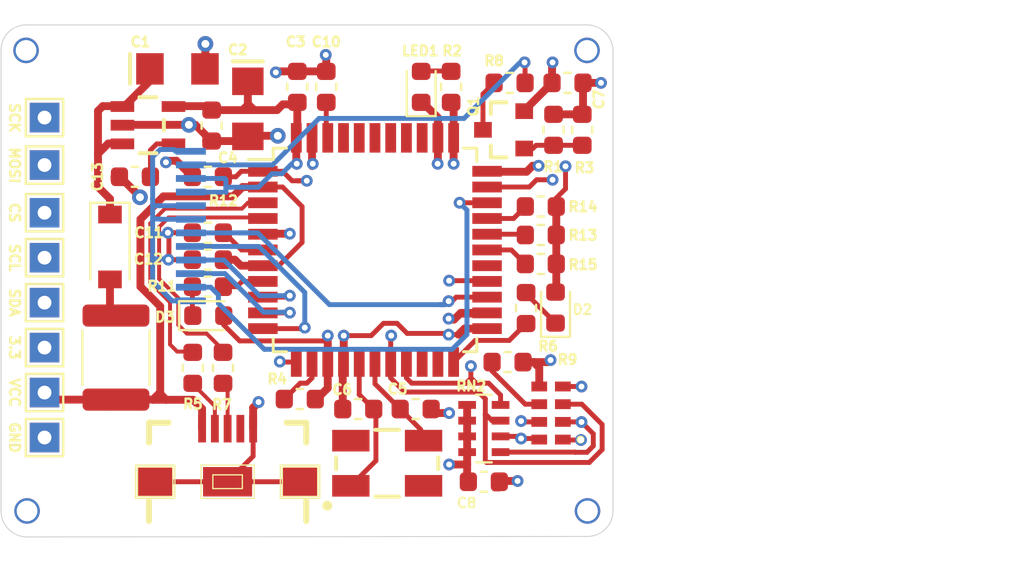
<source format=kicad_pcb>
(kicad_pcb (version 20171130) (host pcbnew "(5.1.6)-1")
  (layers (0 F.Cu signal) (1 In1.Cu signal hide) (2 In2.Cu signal hide) (31 B.Cu signal hide) (34 B.Paste user hide) (35 F.Paste user) (36 B.SilkS user hide) (37 F.SilkS user) (38 B.Mask user hide) (39 F.Mask user hide) (44 Edge.Cuts user))
  (net 0 "")
  (net 1 3.3V)
  (net 2 GND)
  (net 3 "Net-(C5-Pad1)")
  (net 4 "Net-(C6-Pad1)")
  (net 5 /AREF)
  (net 6 "Net-(C11-Pad2)")
  (net 7 VCC)
  (net 8 "Net-(C13-Pad1)")
  (net 9 /RAW)
  (net 10 "Net-(D1-Pad2)")
  (net 11 /LEDK)
  (net 12 /D4)
  (net 13 /CS)
  (net 14 /D5)
  (net 15 /SCK)
  (net 16 /MOSI)
  (net 17 "Net-(Q1-Pad1)")
  (net 18 "Net-(Q1-Pad3)")
  (net 19 "Net-(LED1-PadA)")
  (net 20 "Net-(R4-Pad2)")
  (net 21 /D-)
  (net 22 "Net-(R5-Pad2)")
  (net 23 "Net-(D2-PadC)")
  (net 24 "Net-(R6-Pad1)")
  (net 25 /D+)
  (net 26 "Net-(R7-Pad2)")
  (net 27 "Net-(R9-Pad1)")
  (net 28 /D14)
  (net 29 "Net-(D3-PadC)")
  (net 30 /BTN1)
  (net 31 /BTN3)
  (net 32 /BTN4)
  (net 33 /BTN2)
  (net 34 /D2)
  (net 35 /D3)
  (net 36 /D12)
  (net 37 /D11)
  (net 38 /32K)
  (net 39 /RXI)
  (net 40 /TXO)
  (net 41 /D6)
  (net 42 "Net-(U5-Pad36)")
  (net 43 "Net-(U5-Pad37)")
  (net 44 "Net-(U5-Pad38)")
  (net 45 /A3)
  (net 46 /A4)
  (net 47 /A5)
  (net 48 "Net-(U3-PadID)")
  (module MountingHole:MountingHole_2.1mm (layer F.Cu) (at 156.2862 75.7174)
    (fp_text reference REF** hide)
    (fp_text value MountingHole_2.1mm)
    (pad "" np_thru_hole circle (at 0 0) (size 1.3 1.3) (drill 1.05) (layers *.Cu *.Mask))
  )
  (module MountingHole:MountingHole_2.1mm (layer F.Cu) (at 127.762 75.7174)
    (fp_text reference REF** hide)
    (fp_text value MountingHole_2.1mm)
    (pad "" np_thru_hole circle (at 0 0) (size 1.3 1.3) (drill 1.05) (layers *.Cu *.Mask))
  )
  (module MountingHole:MountingHole_2.1mm (layer F.Cu) (at 127.8128 99.1362)
    (fp_text reference REF** hide)
    (fp_text value MountingHole_2.1mm)
    (pad "" np_thru_hole circle (at 0 0) (size 1.3 1.3) (drill 1.05) (layers *.Cu *.Mask))
  )
  (module MountingHole:MountingHole_2.1mm (layer F.Cu) (at 156.3116 99.1362)
    (fp_text reference REF** hide)
    (fp_text value MountingHole_2.1mm)
    (pad "" np_thru_hole circle (at 0 0) (size 1.3 1.3) (drill 1.05) (layers *.Cu *.Mask))
  )
  (module Diode_SMD:D_0603_1608Metric (layer F.Cu) (at 147.8534 77.5716 90)
    (fp_text reference LED1 (at 1.8288 -0.0508) (layer F.SilkS) (effects (font (size 0.5 0.5) (thickness 0.125))))
    (fp_text value Red)
    (pad C smd roundrect (at -0.7875 0 90) (size 0.875 0.95) (layers F.Cu F.Paste F.Mask) (net 2 GND))
    (pad A smd roundrect (at 0.7875 0 90) (size 0.875 0.95) (layers F.Cu F.Paste F.Mask) (net 19 "Net-(LED1-PadA)"))
  )
  (module Resistor_SMD:R_0603_1608Metric (layer F.Cu) (at 153.9367 83.6549 180)
    (fp_text reference R14 (at -2.1463 -0.0127) (layer F.SilkS) (effects (font (size 0.5 0.5) (thickness 0.125))))
    (fp_text value 10k)
    (pad 2 smd roundrect (at 0.7875 0 180) (size 0.875 0.95) (layers F.Cu F.Paste F.Mask) (net 32 /BTN4))
    (pad 1 smd roundrect (at -0.7875 0 180) (size 0.875 0.95) (layers F.Cu F.Paste F.Mask) (net 1 3.3V))
  )
  (module TestPoint:TestPoint_THTPad_1.5x1.5mm_Drill0.7mm (layer F.Cu) (at 128.7018 95.4024)
    (fp_text reference GND (at -1.524 0 270 unlocked) (layer F.SilkS) (effects (font (size 0.5 0.5) (thickness 0.125))))
    (fp_text value TestPoint_THTPad_1.5x1.5mm_Drill0.7mm)
    (pad 1 thru_hole rect (at 0 0) (size 1.5 1.5) (drill 0.7) (layers *.Cu *.Mask) (net 2 GND))
  )
  (module TestPoint:TestPoint_THTPad_1.5x1.5mm_Drill0.7mm (layer F.Cu) (at 128.7018 93.1164)
    (fp_text reference VCC (at -1.524 0 270 unlocked) (layer F.SilkS) (effects (font (size 0.5 0.5) (thickness 0.125))))
    (fp_text value TestPoint_THTPad_1.5x1.5mm_Drill0.7mm)
    (pad 1 thru_hole rect (at 0 0) (size 1.5 1.5) (drill 0.7) (layers *.Cu *.Mask) (net 7 VCC))
  )
  (module TestPoint:TestPoint_THTPad_1.5x1.5mm_Drill0.7mm (layer F.Cu) (at 128.7018 90.8304)
    (fp_text reference 3.3 (at -1.524 0 270 unlocked) (layer F.SilkS) (effects (font (size 0.5 0.5) (thickness 0.125))))
    (fp_text value TestPoint_THTPad_1.5x1.5mm_Drill0.7mm)
    (pad 1 thru_hole rect (at 0 0) (size 1.5 1.5) (drill 0.7) (layers *.Cu *.Mask) (net 1 3.3V))
  )
  (module TestPoint:TestPoint_THTPad_1.5x1.5mm_Drill0.7mm (layer F.Cu) (at 128.7018 88.5444)
    (fp_text reference SDA (at -1.524 0 270 unlocked) (layer F.SilkS) (effects (font (size 0.5 0.5) (thickness 0.125))))
    (fp_text value TestPoint_THTPad_1.5x1.5mm_Drill0.7mm)
    (pad 1 thru_hole rect (at 0 0) (size 1.5 1.5) (drill 0.7) (layers *.Cu *.Mask) (net 34 /D2))
  )
  (module TestPoint:TestPoint_THTPad_1.5x1.5mm_Drill0.7mm (layer F.Cu) (at 128.7018 86.2584)
    (fp_text reference SCL (at -1.524 0 270 unlocked) (layer F.SilkS) (effects (font (size 0.5 0.5) (thickness 0.125))))
    (fp_text value TestPoint_THTPad_1.5x1.5mm_Drill0.7mm)
    (pad 1 thru_hole rect (at 0 0) (size 1.5 1.5) (drill 0.7) (layers *.Cu *.Mask) (net 35 /D3))
  )
  (module TestPoint:TestPoint_THTPad_1.5x1.5mm_Drill0.7mm (layer F.Cu) (at 128.7018 83.9724)
    (fp_text reference CS (at -1.524 0 270 unlocked) (layer F.SilkS) (effects (font (size 0.5 0.5) (thickness 0.125))))
    (fp_text value TestPoint_THTPad_1.5x1.5mm_Drill0.7mm)
    (pad 1 thru_hole rect (at 0 0) (size 1.5 1.5) (drill 0.7) (layers *.Cu *.Mask) (net 13 /CS))
  )
  (module TestPoint:TestPoint_THTPad_1.5x1.5mm_Drill0.7mm (layer F.Cu) (at 128.7018 81.5467)
    (fp_text reference MOSI (at -1.524 0.0127 270 unlocked) (layer F.SilkS) (effects (font (size 0.5 0.5) (thickness 0.125))))
    (fp_text value TestPoint_THTPad_1.5x1.5mm_Drill0.7mm)
    (pad 1 thru_hole rect (at 0 0) (size 1.5 1.5) (drill 0.7) (layers *.Cu *.Mask) (net 16 /MOSI))
  )
  (module TestPoint:TestPoint_THTPad_1.5x1.5mm_Drill0.7mm (layer F.Cu) (at 128.7018 79.1337)
    (fp_text reference SCK (at -1.524 0.0127 270 unlocked) (layer F.SilkS) (effects (font (size 0.5 0.5) (thickness 0.125))))
    (fp_text value TestPoint_THTPad_1.5x1.5mm_Drill0.7mm)
    (pad 1 thru_hole rect (at 0 0) (size 1.5 1.5) (drill 0.7) (layers *.Cu *.Mask) (net 15 /SCK))
  )
  (module Downloads:SOT23-5 (layer F.Cu) (at 133.9596 79.5211 270)
    (fp_text reference U2 hide)
    (fp_text value MIC5219 hide)
    (pad 5 smd rect (at -0.94996 -1.29794 270) (size 0.54864 1.19888) (layers F.Cu F.Paste F.Mask) (net 1 3.3V))
    (pad 4 smd rect (at 0.94996 -1.29794 270) (size 0.54864 1.19888) (layers F.Cu F.Paste F.Mask) (net 8 "Net-(C13-Pad1)"))
    (pad 3 smd rect (at 0.94996 1.29794 270) (size 0.54864 1.19888) (layers F.Cu F.Paste F.Mask) (net 9 /RAW))
    (pad 2 smd rect (at 0 1.29794 270) (size 0.54864 1.19888) (layers F.Cu F.Paste F.Mask) (net 2 GND))
    (pad 1 smd rect (at -0.94996 1.29794 270) (size 0.54864 1.19888) (layers F.Cu F.Paste F.Mask) (net 9 /RAW))
  )
  (module Package_QFP:TQFP-44_10x10mm_P0.8mm (layer F.Cu) (at 145.5039 85.8647)
    (fp_text reference U5 hide)
    (fp_text value ATMEGA32U4QFN)
    (pad 1 smd rect (at -5.7 -4) (size 1.5 0.55) (layers F.Cu F.Paste F.Mask) (net 30 /BTN1))
    (pad 2 smd rect (at -5.7 -3.2) (size 1.5 0.55) (layers F.Cu F.Paste F.Mask) (net 7 VCC))
    (pad 3 smd rect (at -5.7 -2.4) (size 1.5 0.55) (layers F.Cu F.Paste F.Mask) (net 21 /D-))
    (pad 4 smd rect (at -5.7 -1.6) (size 1.5 0.55) (layers F.Cu F.Paste F.Mask) (net 25 /D+))
    (pad 5 smd rect (at -5.7 -0.8) (size 1.5 0.55) (layers F.Cu F.Paste F.Mask) (net 2 GND))
    (pad 6 smd rect (at -5.7 0) (size 1.5 0.55) (layers F.Cu F.Paste F.Mask) (net 6 "Net-(C11-Pad2)"))
    (pad 7 smd rect (at -5.7 0.8) (size 1.5 0.55) (layers F.Cu F.Paste F.Mask) (net 7 VCC))
    (pad 8 smd rect (at -5.7 1.6) (size 1.5 0.55) (layers F.Cu F.Paste F.Mask) (net 28 /D14))
    (pad 9 smd rect (at -5.7 2.4) (size 1.5 0.55) (layers F.Cu F.Paste F.Mask) (net 15 /SCK))
    (pad 10 smd rect (at -5.7 3.2) (size 1.5 0.55) (layers F.Cu F.Paste F.Mask) (net 16 /MOSI))
    (pad 11 smd rect (at -5.7 4) (size 1.5 0.55) (layers F.Cu F.Paste F.Mask) (net 13 /CS))
    (pad 12 smd rect (at -4 5.7 90) (size 1.5 0.55) (layers F.Cu F.Paste F.Mask) (net 37 /D11))
    (pad 13 smd rect (at -3.2 5.7 90) (size 1.5 0.55) (layers F.Cu F.Paste F.Mask) (net 20 "Net-(R4-Pad2)"))
    (pad 14 smd rect (at -2.4 5.7 90) (size 1.5 0.55) (layers F.Cu F.Paste F.Mask) (net 1 3.3V))
    (pad 15 smd rect (at -1.6 5.7 90) (size 1.5 0.55) (layers F.Cu F.Paste F.Mask) (net 2 GND))
    (pad 16 smd rect (at -0.8 5.7 90) (size 1.5 0.55) (layers F.Cu F.Paste F.Mask) (net 4 "Net-(C6-Pad1)"))
    (pad 17 smd rect (at 0 5.7 90) (size 1.5 0.55) (layers F.Cu F.Paste F.Mask) (net 3 "Net-(C5-Pad1)"))
    (pad 18 smd rect (at 0.8 5.7 90) (size 1.5 0.55) (layers F.Cu F.Paste F.Mask) (net 35 /D3))
    (pad 19 smd rect (at 1.6 5.7 90) (size 1.5 0.55) (layers F.Cu F.Paste F.Mask) (net 34 /D2))
    (pad 20 smd rect (at 2.4 5.7 90) (size 1.5 0.55) (layers F.Cu F.Paste F.Mask) (net 39 /RXI))
    (pad 21 smd rect (at 3.2 5.7 90) (size 1.5 0.55) (layers F.Cu F.Paste F.Mask) (net 40 /TXO))
    (pad 22 smd rect (at 4 5.7 90) (size 1.5 0.55) (layers F.Cu F.Paste F.Mask) (net 24 "Net-(R6-Pad1)"))
    (pad 23 smd rect (at 5.7 4) (size 1.5 0.55) (layers F.Cu F.Paste F.Mask) (net 2 GND))
    (pad 24 smd rect (at 5.7 3.2) (size 1.5 0.55) (layers F.Cu F.Paste F.Mask) (net 1 3.3V))
    (pad 25 smd rect (at 5.7 2.4) (size 1.5 0.55) (layers F.Cu F.Paste F.Mask) (net 12 /D4))
    (pad 26 smd rect (at 5.7 1.6) (size 1.5 0.55) (layers F.Cu F.Paste F.Mask) (net 36 /D12))
    (pad 27 smd rect (at 5.7 0.8) (size 1.5 0.55) (layers F.Cu F.Paste F.Mask) (net 41 /D6))
    (pad 28 smd rect (at 5.7 0) (size 1.5 0.55) (layers F.Cu F.Paste F.Mask) (net 33 /BTN2))
    (pad 29 smd rect (at 5.7 -0.8) (size 1.5 0.55) (layers F.Cu F.Paste F.Mask) (net 31 /BTN3))
    (pad 30 smd rect (at 5.7 -1.6) (size 1.5 0.55) (layers F.Cu F.Paste F.Mask) (net 32 /BTN4))
    (pad 31 smd rect (at 5.7 -2.4) (size 1.5 0.55) (layers F.Cu F.Paste F.Mask) (net 14 /D5))
    (pad 32 smd rect (at 5.7 -3.2) (size 1.5 0.55) (layers F.Cu F.Paste F.Mask) (net 38 /32K))
    (pad 33 smd rect (at 5.7 -4) (size 1.5 0.55) (layers F.Cu F.Paste F.Mask) (net 2 GND))
    (pad 34 smd rect (at 4 -5.7 90) (size 1.5 0.55) (layers F.Cu F.Paste F.Mask) (net 1 3.3V))
    (pad 35 smd rect (at 3.2 -5.7 90) (size 1.5 0.55) (layers F.Cu F.Paste F.Mask) (net 2 GND))
    (pad 36 smd rect (at 2.4 -5.7 90) (size 1.5 0.55) (layers F.Cu F.Paste F.Mask) (net 42 "Net-(U5-Pad36)"))
    (pad 37 smd rect (at 1.6 -5.7 90) (size 1.5 0.55) (layers F.Cu F.Paste F.Mask) (net 43 "Net-(U5-Pad37)"))
    (pad 38 smd rect (at 0.8 -5.7 90) (size 1.5 0.55) (layers F.Cu F.Paste F.Mask) (net 44 "Net-(U5-Pad38)"))
    (pad 39 smd rect (at 0 -5.7 90) (size 1.5 0.55) (layers F.Cu F.Paste F.Mask) (net 45 /A3))
    (pad 40 smd rect (at -0.8 -5.7 90) (size 1.5 0.55) (layers F.Cu F.Paste F.Mask) (net 46 /A4))
    (pad 41 smd rect (at -1.6 -5.7 90) (size 1.5 0.55) (layers F.Cu F.Paste F.Mask) (net 47 /A5))
    (pad 42 smd rect (at -2.4 -5.7 90) (size 1.5 0.55) (layers F.Cu F.Paste F.Mask) (net 5 /AREF))
    (pad 43 smd rect (at -3.2 -5.7 90) (size 1.5 0.55) (layers F.Cu F.Paste F.Mask) (net 2 GND))
    (pad 44 smd rect (at -4 -5.7 90) (size 1.5 0.55) (layers F.Cu F.Paste F.Mask) (net 1 3.3V))
  )
  (module Downloads:IC_RV-3028-C7 (layer F.Cu) (at 154.4574 94.1578 180)
    (fp_text reference U1 hide)
    (fp_text value RV-3028-C7)
    (pad 1 smd rect (at -0.6 -1.35 180) (size 0.8 0.5) (layers F.Cu F.Paste F.Mask) (net 38 /32K))
    (pad 2 smd rect (at -0.6 -0.45 180) (size 0.8 0.5) (layers F.Cu F.Paste F.Mask) (net 37 /D11))
    (pad 3 smd rect (at -0.6 0.45 180) (size 0.8 0.5) (layers F.Cu F.Paste F.Mask) (net 35 /D3))
    (pad 4 smd rect (at -0.6 1.35 180) (size 0.8 0.5) (layers F.Cu F.Paste F.Mask) (net 34 /D2))
    (pad 5 smd rect (at 0.6 1.35 180) (size 0.8 0.5) (layers F.Cu F.Paste F.Mask) (net 2 GND))
    (pad 6 smd rect (at 0.6 0.45 180) (size 0.8 0.5) (layers F.Cu F.Paste F.Mask) (net 27 "Net-(R9-Pad1)"))
    (pad 7 smd rect (at 0.6 -0.45 180) (size 0.8 0.5) (layers F.Cu F.Paste F.Mask) (net 1 3.3V))
    (pad 8 smd rect (at 0.6 -1.35 180) (size 0.8 0.5) (layers F.Cu F.Paste F.Mask) (net 36 /D12))
  )
  (module Resistor_SMD:R_Array_Concave_4x0603 (layer F.Cu) (at 151.0411 94.9452)
    (fp_text reference RN2 (at -0.6477 -2.159 unlocked) (layer F.SilkS) (effects (font (size 0.5 0.5) (thickness 0.125))))
    (fp_text value R_Pack04)
    (pad 2 smd rect (at -0.85 -0.4) (size 0.9 0.4) (layers F.Cu F.Paste F.Mask) (net 1 3.3V))
    (pad 3 smd rect (at -0.85 0.4) (size 0.9 0.4) (layers F.Cu F.Paste F.Mask) (net 1 3.3V))
    (pad 1 smd rect (at -0.85 -1.2) (size 0.9 0.4) (layers F.Cu F.Paste F.Mask) (net 1 3.3V))
    (pad 4 smd rect (at -0.85 1.2) (size 0.9 0.4) (layers F.Cu F.Paste F.Mask) (net 1 3.3V))
    (pad 8 smd rect (at 0.85 -1.2) (size 0.9 0.4) (layers F.Cu F.Paste F.Mask) (net 34 /D2))
    (pad 7 smd rect (at 0.85 -0.4) (size 0.9 0.4) (layers F.Cu F.Paste F.Mask) (net 35 /D3))
    (pad 6 smd rect (at 0.85 0.4) (size 0.9 0.4) (layers F.Cu F.Paste F.Mask) (net 36 /D12))
    (pad 5 smd rect (at 0.85 1.2) (size 0.9 0.4) (layers F.Cu F.Paste F.Mask) (net 37 /D11))
  )
  (module Downloads:SOT23-3 (layer F.Cu) (at 152.0952 79.756 90)
    (fp_text reference Q1 (at 1.1938 -1.5748 90) (layer F.SilkS) (effects (font (size 0.5 0.5) (thickness 0.125))))
    (fp_text value MMBT3904 hide)
    (pad 1 smd rect (at -0.94996 0.99822 90) (size 0.79756 0.89916) (layers F.Cu F.Paste F.Mask) (net 17 "Net-(Q1-Pad1)"))
    (pad 2 smd rect (at 0.94996 0.99822 90) (size 0.79756 0.89916) (layers F.Cu F.Paste F.Mask) (net 2 GND))
    (pad 3 smd rect (at 0 -1.09982 90) (size 0.79756 0.89916) (layers F.Cu F.Paste F.Mask) (net 18 "Net-(Q1-Pad3)"))
  )
  (module Diode_SMD:D_0603_1608Metric (layer F.Cu) (at 154.686 88.7984 90)
    (fp_text reference D2 (at -0.1016 1.3716 180) (layer F.SilkS) (effects (font (size 0.5 0.5) (thickness 0.1))))
    (fp_text value Green)
    (pad C smd roundrect (at -0.7875 0 90) (size 0.875 0.95) (layers F.Cu F.Paste F.Mask) (net 23 "Net-(D2-PadC)"))
    (pad A smd roundrect (at 0.7875 0 90) (size 0.875 0.95) (layers F.Cu F.Paste F.Mask) (net 1 3.3V))
  )
  (module Diode_SMD:D_0603_1608Metric (layer F.Cu) (at 137.0276 89.2048)
    (fp_text reference D3 (at -2.2044 0.0762) (layer F.SilkS) (effects (font (size 0.5 0.5) (thickness 0.125))))
    (fp_text value Yellow)
    (pad A smd roundrect (at 0.7875 0) (size 0.875 0.95) (layers F.Cu F.Paste F.Mask) (net 1 3.3V))
    (pad C smd roundrect (at -0.7875 0) (size 0.875 0.95) (layers F.Cu F.Paste F.Mask) (net 29 "Net-(D3-PadC)"))
  )
  (module Connectors:USB-AB-MICRO-SMD (layer F.Cu) (at 138.0109 97.6503 90)
    (fp_text reference U3 hide)
    (fp_text value USB-AB hide)
    (pad VBUS smd rect (at 2.69748 -1.29794 180) (size 0.39878 1.39954) (layers F.Cu F.Paste F.Mask) (net 7 VCC))
    (pad SHLD smd rect (at 0 0 90) (size 1.4986 2.49936) (layers F.Cu F.Paste F.Mask) (net 2 GND))
    (pad SHLD smd rect (at 0 -3.67792 90) (size 1.4986 1.79832) (layers F.Cu F.Paste F.Mask) (net 2 GND))
    (pad SHLD smd rect (at 0 3.67792 90) (size 1.4986 1.79832) (layers F.Cu F.Paste F.Mask) (net 2 GND))
    (pad ID smd rect (at 2.69748 0.6477 180) (size 0.39878 1.39954) (layers F.Cu F.Paste F.Mask) (net 48 "Net-(U3-PadID)"))
    (pad GND smd rect (at 2.69748 1.29794 180) (size 0.39878 1.39954) (layers F.Cu F.Paste F.Mask) (net 2 GND))
    (pad D- smd rect (at 2.69748 -0.6477 180) (size 0.39878 1.39954) (layers F.Cu F.Paste F.Mask) (net 22 "Net-(R5-Pad2)"))
    (pad D+ smd rect (at 2.69748 0 180) (size 0.39878 1.39954) (layers F.Cu F.Paste F.Mask) (net 26 "Net-(R7-Pad2)"))
  )
  (module Capacitors:EIA3216 (layer F.Cu) (at 139.0396 78.6892 90)
    (fp_text reference C2 (at 2.9972 -0.508) (layer F.SilkS) (effects (font (size 0.5 0.5) (thickness 0.125))))
    (fp_text value 10uF hide)
    (pad C smd rect (at -1.39954 0 180) (size 1.59766 1.39954) (layers F.Cu F.Paste F.Mask) (net 2 GND))
    (pad A smd rect (at 1.39954 0 180) (size 1.59766 1.39954) (layers F.Cu F.Paste F.Mask) (net 1 3.3V))
  )
  (module Capacitors:EIA3216 (layer F.Cu) (at 135.46074 76.6572 180)
    (fp_text reference C1 (at 1.88214 1.3716) (layer F.SilkS) (effects (font (size 0.5 0.5) (thickness 0.125))))
    (fp_text value 10uF hide)
    (pad A smd rect (at 1.39954 0 270) (size 1.59766 1.39954) (layers F.Cu F.Paste F.Mask) (net 9 /RAW))
    (pad C smd rect (at -1.39954 0 270) (size 1.59766 1.39954) (layers F.Cu F.Paste F.Mask) (net 2 GND))
  )
  (module Diode_SMD:D_SOD-123 (layer F.Cu) (at 132.0292 85.7123 270)
    (fp_text reference D1 hide)
    (fp_text value DIODESOD)
    (pad 1 smd rect (at -1.65 0 270) (size 0.9 1.2) (layers F.Cu F.Paste F.Mask) (net 9 /RAW))
    (pad 2 smd rect (at 1.65 0 270) (size 0.9 1.2) (layers F.Cu F.Paste F.Mask) (net 10 "Net-(D1-Pad2)"))
  )
  (module Fuse:Fuse_1812_4532Metric (layer F.Cu) (at 132.334 91.3384 90)
    (fp_text reference F1 hide)
    (fp_text value 500mA)
    (pad 1 smd roundrect (at -2.1375 0 90) (size 1.125 3.4) (layers F.Cu F.Paste F.Mask) (roundrect_rratio 0.222222) (net 7 VCC))
    (pad 2 smd roundrect (at 2.1375 0 90) (size 1.125 3.4) (layers F.Cu F.Paste F.Mask) (roundrect_rratio 0.222222) (net 10 "Net-(D1-Pad2)"))
  )
  (module Downloads:bearlcd12pin (layer B.Cu) (at 132.7912 82.423 270)
    (fp_text reference J3 hide)
    (fp_text value "Display FPC")
    (pad 10 smd rect (at 4.64566 -3.3528 270) (size 0.345 1.524) (layers B.Cu B.Paste B.Mask) (net 16 /MOSI))
    (pad 12 smd rect (at 6.02742 -3.3528 270) (size 0.345 1.524) (layers B.Cu B.Paste B.Mask) (net 2 GND))
    (pad 9 smd rect (at 3.95478 -3.3528 270) (size 0.345 1.524) (layers B.Cu B.Paste B.Mask) (net 15 /SCK))
    (pad 11 smd rect (at 5.33654 -3.3528 270) (size 0.345 1.524) (layers B.Cu B.Paste B.Mask) (net 14 /D5))
    (pad 6 smd rect (at 1.88214 -3.3528 270) (size 0.345 1.524) (layers B.Cu B.Paste B.Mask) (net 2 GND))
    (pad 8 smd rect (at 3.2639 -3.3528 270) (size 0.345 1.524) (layers B.Cu B.Paste B.Mask) (net 13 /CS))
    (pad 5 smd rect (at 1.19126 -3.3528 270) (size 0.345 1.524) (layers B.Cu B.Paste B.Mask) (net 2 GND))
    (pad 7 smd rect (at 2.57302 -3.3528 270) (size 0.345 1.524) (layers B.Cu B.Paste B.Mask) (net 12 /D4))
    (pad 4 smd rect (at 0.49784 -3.3528 270) (size 0.345 1.524) (layers B.Cu B.Paste B.Mask) (net 1 3.3V))
    (pad 3 smd rect (at -0.19304 -3.3528 270) (size 0.345 1.524) (layers B.Cu B.Paste B.Mask) (net 1 3.3V))
    (pad 2 smd rect (at -0.88392 -3.3528 270) (size 0.345 1.524) (layers B.Cu B.Paste B.Mask) (net 11 /LEDK))
    (pad 1 smd rect (at -1.5748 -3.3528 270) (size 0.345 1.524) (layers B.Cu B.Paste B.Mask) (net 2 GND))
  )
  (module Resistor_SMD:R_0603_1608Metric (layer F.Cu) (at 154.5844 79.756 90)
    (fp_text reference R1 (at -1.8796 -0.0254) (layer F.SilkS) (effects (font (size 0.5 0.5) (thickness 0.125))))
    (fp_text value 1K)
    (pad 1 smd roundrect (at -0.7875 0 90) (size 0.875 0.95) (layers F.Cu F.Paste F.Mask) (net 17 "Net-(Q1-Pad1)"))
    (pad 2 smd roundrect (at 0.7875 0 90) (size 0.875 0.95) (layers F.Cu F.Paste F.Mask) (net 1 3.3V))
  )
  (module Resistor_SMD:R_0603_1608Metric (layer F.Cu) (at 149.3774 77.5716 270)
    (fp_text reference R2 (at -1.8288 -0.0508) (layer F.SilkS) (effects (font (size 0.5 0.5) (thickness 0.125))))
    (fp_text value 1K)
    (pad 1 smd roundrect (at -0.7875 0 270) (size 0.875 0.95) (layers F.Cu F.Paste F.Mask) (net 19 "Net-(LED1-PadA)"))
    (pad 2 smd roundrect (at 0.7875 0 270) (size 0.875 0.95) (layers F.Cu F.Paste F.Mask) (net 1 3.3V))
  )
  (module Resistor_SMD:R_0603_1608Metric (layer F.Cu) (at 156.0449 79.756 90)
    (fp_text reference R3 (at -1.9304 0.1143) (layer F.SilkS) (effects (font (size 0.5 0.5) (thickness 0.125))))
    (fp_text value 10K)
    (pad 1 smd roundrect (at -0.7875 0 90) (size 0.875 0.95) (layers F.Cu F.Paste F.Mask) (net 17 "Net-(Q1-Pad1)"))
    (pad 2 smd roundrect (at 0.7875 0 90) (size 0.875 0.95) (layers F.Cu F.Paste F.Mask) (net 1 3.3V))
  )
  (module Resistor_SMD:R_0603_1608Metric (layer F.Cu) (at 141.6812 93.4466 180)
    (fp_text reference R4 (at 1.143 1.016) (layer F.SilkS) (effects (font (size 0.5 0.5) (thickness 0.125))))
    (fp_text value 10k)
    (pad 2 smd roundrect (at 0.7875 0 180) (size 0.875 0.95) (layers F.Cu F.Paste F.Mask) (net 20 "Net-(R4-Pad2)"))
    (pad 1 smd roundrect (at -0.7875 0 180) (size 0.875 0.95) (layers F.Cu F.Paste F.Mask) (net 1 3.3V))
  )
  (module Resistor_SMD:R_0603_1608Metric (layer F.Cu) (at 136.2376 91.8591 270)
    (fp_text reference R5 (at 1.8415 -0.008 180) (layer F.SilkS) (effects (font (size 0.5 0.5) (thickness 0.125))))
    (fp_text value 22)
    (pad 1 smd roundrect (at -0.7875 0 270) (size 0.875 0.95) (layers F.Cu F.Paste F.Mask) (net 21 /D-))
    (pad 2 smd roundrect (at 0.7875 0 270) (size 0.875 0.95) (layers F.Cu F.Paste F.Mask) (net 22 "Net-(R5-Pad2)"))
  )
  (module Resistor_SMD:R_0603_1608Metric (layer F.Cu) (at 153.1874 88.8184 90)
    (fp_text reference R6 (at -1.9358 1.1176 180) (layer F.SilkS) (effects (font (size 0.5 0.5) (thickness 0.125))))
    (fp_text value 330)
    (pad 1 smd roundrect (at -0.7875 0 90) (size 0.875 0.95) (layers F.Cu F.Paste F.Mask) (net 24 "Net-(R6-Pad1)"))
    (pad 2 smd roundrect (at 0.7875 0 90) (size 0.875 0.95) (layers F.Cu F.Paste F.Mask) (net 23 "Net-(D2-PadC)"))
  )
  (module Resistor_SMD:R_0603_1608Metric (layer F.Cu) (at 137.7776 91.8591 270)
    (fp_text reference R7 (at 1.8669 0.0588) (layer F.SilkS) (effects (font (size 0.5 0.5) (thickness 0.125))))
    (fp_text value 22)
    (pad 1 smd roundrect (at -0.7875 0 270) (size 0.875 0.95) (layers F.Cu F.Paste F.Mask) (net 25 /D+))
    (pad 2 smd roundrect (at 0.7875 0 270) (size 0.875 0.95) (layers F.Cu F.Paste F.Mask) (net 26 "Net-(R7-Pad2)"))
  )
  (module Resistor_SMD:R_0603_1608Metric (layer F.Cu) (at 152.3492 77.3684 180)
    (fp_text reference R8 (at 0.7874 1.1176) (layer F.SilkS) (effects (font (size 0.5 0.5) (thickness 0.125))))
    (fp_text value 10)
    (pad 2 smd roundrect (at 0.7875 0 180) (size 0.875 0.95) (layers F.Cu F.Paste F.Mask) (net 18 "Net-(Q1-Pad3)"))
    (pad 1 smd roundrect (at -0.7875 0 180) (size 0.875 0.95) (layers F.Cu F.Paste F.Mask) (net 11 /LEDK))
  )
  (module Resistor_SMD:R_0603_1608Metric (layer F.Cu) (at 152.2476 91.567)
    (fp_text reference R9 (at 3.048 -0.127) (layer F.SilkS) (effects (font (size 0.5 0.5) (thickness 0.125))))
    (fp_text value 10K)
    (pad 1 smd roundrect (at -0.7875 0) (size 0.875 0.95) (layers F.Cu F.Paste F.Mask) (net 27 "Net-(R9-Pad1)"))
    (pad 2 smd roundrect (at 0.7875 0) (size 0.875 0.95) (layers F.Cu F.Paste F.Mask) (net 2 GND))
  )
  (module Resistor_SMD:R_0603_1608Metric (layer F.Cu) (at 137.0076 87.7316 180)
    (fp_text reference R11 (at 2.3368 0.0254) (layer F.SilkS) (effects (font (size 0.5 0.5) (thickness 0.125))))
    (fp_text value 330)
    (pad 2 smd roundrect (at 0.7875 0 180) (size 0.875 0.95) (layers F.Cu F.Paste F.Mask) (net 29 "Net-(D3-PadC)"))
    (pad 1 smd roundrect (at -0.7875 0 180) (size 0.875 0.95) (layers F.Cu F.Paste F.Mask) (net 28 /D14))
  )
  (module Resistor_SMD:R_0603_1608Metric (layer F.Cu) (at 137.0076 82.1436)
    (fp_text reference R12 (at 0.7874 1.2192 180) (layer F.SilkS) (effects (font (size 0.5 0.5) (thickness 0.125))))
    (fp_text value 10k)
    (pad 1 smd roundrect (at -0.7875 0) (size 0.875 0.95) (layers F.Cu F.Paste F.Mask) (net 1 3.3V))
    (pad 2 smd roundrect (at 0.7875 0) (size 0.875 0.95) (layers F.Cu F.Paste F.Mask) (net 30 /BTN1))
  )
  (module Resistor_SMD:R_0603_1608Metric (layer F.Cu) (at 153.9367 85.1027 180)
    (fp_text reference R13 (at -2.1463 -0.0127) (layer F.SilkS) (effects (font (size 0.5 0.5) (thickness 0.125))))
    (fp_text value 10k)
    (pad 1 smd roundrect (at -0.7875 0 180) (size 0.875 0.95) (layers F.Cu F.Paste F.Mask) (net 1 3.3V))
    (pad 2 smd roundrect (at 0.7875 0 180) (size 0.875 0.95) (layers F.Cu F.Paste F.Mask) (net 31 /BTN3))
  )
  (module Resistor_SMD:R_0603_1608Metric (layer F.Cu) (at 153.9367 86.5759 180)
    (fp_text reference R15 (at -2.1463 -0.0381) (layer F.SilkS) (effects (font (size 0.5 0.5) (thickness 0.125))))
    (fp_text value 10k)
    (pad 2 smd roundrect (at 0.7875 0 180) (size 0.875 0.95) (layers F.Cu F.Paste F.Mask) (net 33 /BTN2))
    (pad 1 smd roundrect (at -0.7875 0 180) (size 0.875 0.95) (layers F.Cu F.Paste F.Mask) (net 1 3.3V))
  )
  (module Downloads:CRYSTAL-SMD-5X3.2-4PAD (layer F.Cu) (at 146.1262 96.7105)
    (fp_text reference Y1 hide)
    (fp_text value 16MHz hide)
    (pad 1 smd rect (at -1.84912 1.14808) (size 1.89992 1.09982) (layers F.Cu F.Paste F.Mask) (net 4 "Net-(C6-Pad1)"))
    (pad 2 smd rect (at 1.84912 1.14808) (size 1.89992 1.09982) (layers F.Cu F.Paste F.Mask))
    (pad 3 smd rect (at 1.84912 -1.14808) (size 1.89992 1.09982) (layers F.Cu F.Paste F.Mask) (net 3 "Net-(C5-Pad1)"))
    (pad 4 smd rect (at -1.84912 -1.14808) (size 1.89992 1.09982) (layers F.Cu F.Paste F.Mask))
  )
  (module Capacitor_SMD:C_0603_1608Metric (layer F.Cu) (at 141.5542 77.5716 90)
    (fp_text reference C3 (at 2.286 -0.0762) (layer F.SilkS) (effects (font (size 0.5 0.5) (thickness 0.125))))
    (fp_text value 1uF)
    (pad 2 smd roundrect (at 0.7875 0 90) (size 0.875 0.95) (layers F.Cu F.Paste F.Mask) (net 2 GND))
    (pad 1 smd roundrect (at -0.7875 0 90) (size 0.875 0.95) (layers F.Cu F.Paste F.Mask) (net 1 3.3V))
  )
  (module Capacitor_SMD:C_0603_1608Metric (layer F.Cu) (at 137.1981 79.5401 90)
    (fp_text reference C4 (at -1.6383 0.8255) (layer F.SilkS) (effects (font (size 0.5 0.5) (thickness 0.125))))
    (fp_text value 0.1uF)
    (pad 2 smd roundrect (at 0.7875 0 90) (size 0.875 0.95) (layers F.Cu F.Paste F.Mask) (net 1 3.3V))
    (pad 1 smd roundrect (at -0.7875 0 90) (size 0.875 0.95) (layers F.Cu F.Paste F.Mask) (net 2 GND))
  )
  (module Capacitor_SMD:C_0603_1608Metric (layer F.Cu) (at 147.574 93.9546)
    (fp_text reference C5 (at -0.9144 -1.016) (layer F.SilkS) (effects (font (size 0.5 0.5) (thickness 0.125))))
    (fp_text value 22pF)
    (pad 1 smd roundrect (at -0.7875 0) (size 0.875 0.95) (layers F.Cu F.Paste F.Mask) (net 3 "Net-(C5-Pad1)"))
    (pad 2 smd roundrect (at 0.7875 0) (size 0.875 0.95) (layers F.Cu F.Paste F.Mask) (net 2 GND))
  )
  (module Capacitor_SMD:C_0603_1608Metric (layer F.Cu) (at 144.653 93.9546 180)
    (fp_text reference C6 (at 0.8128 0.9906) (layer F.SilkS) (effects (font (size 0.5 0.5) (thickness 0.125))))
    (fp_text value 22pF)
    (pad 2 smd roundrect (at 0.7875 0 180) (size 0.875 0.95) (layers F.Cu F.Paste F.Mask) (net 2 GND))
    (pad 1 smd roundrect (at -0.7875 0 180) (size 0.875 0.95) (layers F.Cu F.Paste F.Mask) (net 4 "Net-(C6-Pad1)"))
  )
  (module Capacitor_SMD:C_0603_1608Metric (layer F.Cu) (at 155.2956 77.3684 180)
    (fp_text reference C7 (at -1.6002 -0.8382 270) (layer F.SilkS) (effects (font (size 0.5 0.5) (thickness 0.125))))
    (fp_text value 1uF)
    (pad 2 smd roundrect (at 0.7875 0 180) (size 0.875 0.95) (layers F.Cu F.Paste F.Mask) (net 2 GND))
    (pad 1 smd roundrect (at -0.7875 0 180) (size 0.875 0.95) (layers F.Cu F.Paste F.Mask) (net 1 3.3V))
  )
  (module Capacitor_SMD:C_0603_1608Metric (layer F.Cu) (at 151.0411 97.6503)
    (fp_text reference C8 (at -0.8763 1.0795) (layer F.SilkS) (effects (font (size 0.5 0.5) (thickness 0.1))))
    (fp_text value 10nF)
    (pad 1 smd roundrect (at -0.7875 0) (size 0.875 0.95) (layers F.Cu F.Paste F.Mask) (net 1 3.3V))
    (pad 2 smd roundrect (at 0.7875 0) (size 0.875 0.95) (layers F.Cu F.Paste F.Mask) (net 2 GND))
  )
  (module Capacitor_SMD:C_0603_1608Metric (layer F.Cu) (at 143.0274 77.5716 270)
    (fp_text reference C10 (at -2.286 0) (layer F.SilkS) (effects (font (size 0.5 0.5) (thickness 0.125))))
    (fp_text value 0.1uF)
    (pad 1 smd roundrect (at -0.7875 0 270) (size 0.875 0.95) (layers F.Cu F.Paste F.Mask) (net 2 GND))
    (pad 2 smd roundrect (at 0.7875 0 270) (size 0.875 0.95) (layers F.Cu F.Paste F.Mask) (net 5 /AREF))
  )
  (module Capacitor_SMD:C_0603_1608Metric (layer F.Cu) (at 137.0076 84.9884)
    (fp_text reference C11 (at -2.9972 0) (layer F.SilkS) (effects (font (size 0.5 0.5) (thickness 0.125))))
    (fp_text value 1uF)
    (pad 2 smd roundrect (at 0.7875 0) (size 0.875 0.95) (layers F.Cu F.Paste F.Mask) (net 6 "Net-(C11-Pad2)"))
    (pad 1 smd roundrect (at -0.7875 0) (size 0.875 0.95) (layers F.Cu F.Paste F.Mask) (net 2 GND))
  )
  (module Capacitor_SMD:C_0603_1608Metric (layer F.Cu) (at 137.0076 86.36 180)
    (fp_text reference C12 (at 3.0226 0.0254) (layer F.SilkS) (effects (font (size 0.5 0.5) (thickness 0.125))))
    (fp_text value 1uF)
    (pad 1 smd roundrect (at -0.7875 0 180) (size 0.875 0.95) (layers F.Cu F.Paste F.Mask) (net 7 VCC))
    (pad 2 smd roundrect (at 0.7875 0 180) (size 0.875 0.95) (layers F.Cu F.Paste F.Mask) (net 2 GND))
  )
  (module Capacitor_SMD:C_0603_1608Metric (layer F.Cu) (at 133.2992 82.1436 180)
    (fp_text reference C13 (at 1.905 0 90) (layer F.SilkS) (effects (font (size 0.5 0.5) (thickness 0.125))))
    (fp_text value 470pF)
    (pad 2 smd roundrect (at 0.7875 0 180) (size 0.875 0.95) (layers F.Cu F.Paste F.Mask) (net 2 GND))
    (pad 1 smd roundrect (at -0.7875 0 180) (size 0.875 0.95) (layers F.Cu F.Paste F.Mask) (net 8 "Net-(C13-Pad1)"))
  )
  (gr_arc (start 127.762 75.692) (end 127.762 74.422) (angle -92.33730586) (layer Edge.Cuts) (width 0.05))
  (gr_arc (start 127.8128 99.1362) (end 126.492001 99.110801) (angle -92.22500883) (layer Edge.Cuts) (width 0.05))
  (gr_arc (start 156.3116 99.1362) (end 156.3116 100.4316) (angle -91.10170612) (layer Edge.Cuts) (width 0.05))
  (gr_arc (start 156.2735 75.7555) (end 157.606999 75.692001) (angle -87.27368901) (layer Edge.Cuts) (width 0.05))
  (gr_line (start 127.838699 100.457) (end 156.3116 100.4316) (layer Edge.Cuts) (width 0.05))
  (gr_line (start 126.493057 75.743794) (end 126.492001 99.110801) (layer Edge.Cuts) (width 0.05))
  (gr_line (start 156.2735 74.422) (end 127.762 74.422) (layer Edge.Cuts) (width 0.05))
  (gr_line (start 157.606761 99.111293) (end 157.606999 75.692001) (layer Edge.Cuts) (width 0.05))
  (via (at 149.2758 96.774) (size 0.6) (drill 0.3) (layers F.Cu B.Cu) (net 1))
  (via (at 152.9334 94.5642) (size 0.6) (drill 0.3) (layers F.Cu B.Cu) (net 1))
  (via (at 134.874 81.407) (size 0.6) (drill 0.3) (layers F.Cu B.Cu) (net 1))
  (via (at 156.9974 77.3684) (size 0.6) (drill 0.3) (layers F.Cu B.Cu) (net 1))
  (via (at 143.1036 90.2208) (size 0.6) (drill 0.3) (layers F.Cu B.Cu) (net 1))
  (via (at 149.2504 89.3572) (size 0.6) (drill 0.3) (layers F.Cu B.Cu) (net 1))
  (via (at 149.5044 81.4832) (size 0.6) (drill 0.3) (layers F.Cu B.Cu) (net 1))
  (via (at 141.5288 81.4832) (size 0.6) (drill 0.3) (layers F.Cu B.Cu) (net 1))
  (via (at 155.194 81.6102) (size 0.6) (drill 0.3) (layers F.Cu B.Cu) (net 1))
  (segment (start 141.43939 80.10019) (end 141.5039 80.1647) (width 0.4) (layer F.Cu) (net 1))
  (segment (start 141.605 80.0636) (end 141.5039 80.1647) (width 0.4) (layer F.Cu) (net 1))
  (segment (start 151.1408 89.0016) (end 151.2039 89.0647) (width 0.4) (layer F.Cu) (net 1))
  (segment (start 154.7369 86.5632) (end 154.7242 86.5759) (width 0.4) (layer F.Cu) (net 1))
  (segment (start 154.7242 86.5759) (end 154.5462 86.5759) (width 0.4) (layer F.Cu) (net 1))
  (segment (start 154.5844 78.9685) (end 156.0068 78.9685) (width 0.4) (layer F.Cu) (net 1))
  (segment (start 156.0831 78.8922) (end 156.0068 78.9685) (width 0.4) (layer F.Cu) (net 1))
  (segment (start 141.5039 81.5599) (end 141.5288 81.5848) (width 0.4) (layer F.Cu) (net 1))
  (segment (start 141.5039 80.1647) (end 141.5039 81.5599) (width 0.4) (layer F.Cu) (net 1))
  (segment (start 149.5039 81.4827) (end 149.5044 81.4832) (width 0.4) (layer F.Cu) (net 1))
  (segment (start 149.5039 80.1647) (end 149.5039 81.4827) (width 0.4) (layer F.Cu) (net 1))
  (segment (start 143.1036 91.5644) (end 143.1039 91.5647) (width 0.4) (layer F.Cu) (net 1))
  (segment (start 137.6427 89.2048) (end 137.7696 89.2048) (width 0.25) (layer F.Cu) (net 1))
  (segment (start 137.8459 89.2048) (end 137.8459 89.1793) (width 0.4) (layer F.Cu) (net 1))
  (segment (start 149.538381 80.199181) (end 149.5039 80.1647) (width 0.4) (layer F.Cu) (net 1))
  (segment (start 149.352 78.4607) (end 149.5039 78.6126) (width 0.4) (layer F.Cu) (net 1))
  (segment (start 141.4143 78.3462) (end 141.5288 78.4607) (width 0.4) (layer F.Cu) (net 1))
  (segment (start 140.8175 78.4607) (end 141.5288 78.4607) (width 0.4) (layer F.Cu) (net 1))
  (segment (start 140.5256 78.7526) (end 140.8175 78.4607) (width 0.4) (layer F.Cu) (net 1))
  (segment (start 143.1039 92.8876) (end 143.1039 91.5647) (width 0.4) (layer F.Cu) (net 1))
  (segment (start 142.6211 93.3704) (end 143.1039 92.8876) (width 0.4) (layer F.Cu) (net 1))
  (segment (start 136.99754 78.55204) (end 137.1981 78.7526) (width 0.4) (layer F.Cu) (net 1))
  (segment (start 135.25754 78.55204) (end 136.99754 78.55204) (width 0.4) (layer F.Cu) (net 1))
  (segment (start 135.5597 81.4832) (end 136.2201 82.1436) (width 0.4) (layer F.Cu) (net 1))
  (segment (start 150.1911 93.7452) (end 150.1911 96.1452) (width 0.4) (layer F.Cu) (net 1))
  (segment (start 150.1911 97.5878) (end 150.2536 97.6503) (width 0.4) (layer F.Cu) (net 1))
  (segment (start 136.144 82.22996) (end 137.86104 82.22996) (width 0.25) (layer B.Cu) (net 1))
  (segment (start 137.86104 82.22996) (end 137.922 82.29092) (width 0.25) (layer B.Cu) (net 1))
  (segment (start 136.15416 82.931) (end 136.144 82.92084) (width 0.25) (layer B.Cu) (net 1))
  (segment (start 137.922 82.931) (end 136.15416 82.931) (width 0.25) (layer B.Cu) (net 1))
  (segment (start 140.76891 81.98909) (end 141.2748 81.4832) (width 0.25) (layer B.Cu) (net 1))
  (segment (start 139.573 82.677) (end 140.26091 81.98909) (width 0.25) (layer B.Cu) (net 1))
  (segment (start 140.26091 81.98909) (end 140.76891 81.98909) (width 0.25) (layer B.Cu) (net 1))
  (segment (start 137.922 82.677) (end 139.573 82.677) (width 0.25) (layer B.Cu) (net 1))
  (segment (start 137.922 82.29092) (end 137.922 82.677) (width 0.25) (layer B.Cu) (net 1))
  (segment (start 137.922 82.677) (end 137.922 82.931) (width 0.25) (layer B.Cu) (net 1))
  (segment (start 149.862758 89.0647) (end 151.2039 89.0647) (width 0.4) (layer F.Cu) (net 1))
  (segment (start 142.940699 90.489699) (end 143.1036 90.6526) (width 0.25) (layer F.Cu) (net 1))
  (segment (start 138.624999 90.489699) (end 142.940699 90.489699) (width 0.25) (layer F.Cu) (net 1))
  (segment (start 137.8151 89.6798) (end 138.624999 90.489699) (width 0.25) (layer F.Cu) (net 1))
  (segment (start 137.8151 89.2048) (end 137.8151 89.6798) (width 0.25) (layer F.Cu) (net 1))
  (segment (start 143.1036 90.6526) (end 143.1036 91.5644) (width 0.4) (layer F.Cu) (net 1))
  (segment (start 143.1036 90.2208) (end 143.1036 90.6526) (width 0.4) (layer F.Cu) (net 1))
  (segment (start 154.7242 86.5759) (end 154.7242 83.4772) (width 0.4) (layer F.Cu) (net 1))
  (segment (start 154.7242 83.4772) (end 154.7242 83.6549) (width 0.4) (layer F.Cu) (net 1))
  (segment (start 156.0831 78.9303) (end 156.0449 78.9685) (width 0.4) (layer F.Cu) (net 1))
  (segment (start 156.0831 77.3684) (end 156.0831 78.9303) (width 0.4) (layer F.Cu) (net 1))
  (segment (start 156.083 77.3683) (end 156.0831 77.3684) (width 0.4) (layer F.Cu) (net 1))
  (segment (start 154.7242 83.6549) (end 154.7242 83.223) (width 0.25) (layer F.Cu) (net 1))
  (segment (start 155.194 82.7532) (end 155.194 81.6102) (width 0.25) (layer F.Cu) (net 1))
  (segment (start 154.7242 83.223) (end 155.194 82.7532) (width 0.25) (layer F.Cu) (net 1))
  (segment (start 150.1846 93.7387) (end 150.1911 93.7452) (width 0.25) (layer F.Cu) (net 1))
  (segment (start 140.5256 78.7526) (end 139.357 78.7526) (width 0.4) (layer F.Cu) (net 1))
  (segment (start 139.0396 78.4352) (end 139.0396 77.28966) (width 0.4) (layer F.Cu) (net 1))
  (segment (start 139.357 78.7526) (end 139.0396 78.4352) (width 0.4) (layer F.Cu) (net 1))
  (segment (start 139.0396 78.486) (end 138.773 78.7526) (width 0.4) (layer F.Cu) (net 1))
  (segment (start 139.0396 78.4352) (end 139.0396 78.486) (width 0.4) (layer F.Cu) (net 1))
  (segment (start 137.1981 78.7526) (end 138.773 78.7526) (width 0.4) (layer F.Cu) (net 1))
  (segment (start 138.773 78.7526) (end 139.357 78.7526) (width 0.4) (layer F.Cu) (net 1))
  (segment (start 149.524402 89.408) (end 149.2504 89.408) (width 0.4) (layer F.Cu) (net 1))
  (segment (start 151.1654 89.1032) (end 149.829202 89.1032) (width 0.4) (layer F.Cu) (net 1))
  (segment (start 149.829202 89.1032) (end 149.524402 89.408) (width 0.4) (layer F.Cu) (net 1))
  (segment (start 151.2039 89.0647) (end 151.1654 89.1032) (width 0.4) (layer F.Cu) (net 1))
  (segment (start 154.7242 87.9727) (end 154.686 88.0109) (width 0.4) (layer F.Cu) (net 1))
  (segment (start 154.7242 86.5759) (end 154.7242 87.9727) (width 0.4) (layer F.Cu) (net 1))
  (segment (start 149.5039 78.4856) (end 149.5039 80.1647) (width 0.4) (layer F.Cu) (net 1))
  (segment (start 149.3774 78.3591) (end 149.5039 78.4856) (width 0.4) (layer F.Cu) (net 1))
  (segment (start 141.5542 80.1144) (end 141.5039 80.1647) (width 0.4) (layer F.Cu) (net 1))
  (segment (start 141.5542 78.3591) (end 141.5542 80.1144) (width 0.4) (layer F.Cu) (net 1))
  (segment (start 152.977 94.6078) (end 152.9334 94.5642) (width 0.25) (layer F.Cu) (net 1))
  (segment (start 153.8574 94.6078) (end 152.977 94.6078) (width 0.25) (layer F.Cu) (net 1))
  (segment (start 150.1412 96.7232) (end 150.1911 96.7731) (width 0.4) (layer F.Cu) (net 1))
  (segment (start 150.1911 96.7731) (end 150.1911 97.5878) (width 0.4) (layer F.Cu) (net 1))
  (segment (start 150.1911 96.1452) (end 150.1911 96.7731) (width 0.4) (layer F.Cu) (net 1))
  (segment (start 149.4019 96.7731) (end 149.352 96.7232) (width 0.4) (layer F.Cu) (net 1))
  (segment (start 150.1911 96.7731) (end 149.4019 96.7731) (width 0.4) (layer F.Cu) (net 1))
  (segment (start 156.0831 77.3684) (end 156.9974 77.3684) (width 0.4) (layer F.Cu) (net 1))
  (segment (start 135.4073 81.3308) (end 135.5597 81.4832) (width 0.4) (layer F.Cu) (net 1))
  (segment (start 134.8486 81.3308) (end 135.4073 81.3308) (width 0.4) (layer F.Cu) (net 1))
  (via (at 152.7556 97.6122) (size 0.6) (drill 0.3) (layers F.Cu B.Cu) (net 2))
  (via (at 140.462 76.835) (size 0.6) (drill 0.3) (layers F.Cu B.Cu) (net 2))
  (via (at 139.5857 93.599) (size 0.6) (drill 0.3) (layers F.Cu B.Cu) (net 2))
  (via (at 143.002 75.946) (size 0.6) (drill 0.3) (layers F.Cu B.Cu) (net 2))
  (via (at 154.5336 76.327) (size 0.6) (drill 0.3) (layers F.Cu B.Cu) (net 2))
  (via (at 149.2758 94.1578) (size 0.6) (drill 0.3) (layers F.Cu B.Cu) (net 2))
  (via (at 135.001 86.36) (size 0.6) (drill 0.3) (layers F.Cu B.Cu) (net 2))
  (via (at 134.9756 84.9884) (size 0.6) (drill 0.3) (layers F.Cu B.Cu) (net 2))
  (via (at 141.1732 85.0392) (size 0.6) (drill 0.3) (layers F.Cu B.Cu) (net 2))
  (via (at 148.6916 81.4832) (size 0.6) (drill 0.3) (layers F.Cu B.Cu) (net 2))
  (via (at 142.3416 81.4832) (size 0.6) (drill 0.3) (layers F.Cu B.Cu) (net 2))
  (via (at 153.8224 81.5848) (size 0.6) (drill 0.3) (layers F.Cu B.Cu) (net 2))
  (segment (start 143.8655 91.6031) (end 143.9039 91.5647) (width 0.4) (layer F.Cu) (net 2))
  (segment (start 143.8655 93.9546) (end 143.8655 91.6031) (width 0.4) (layer F.Cu) (net 2))
  (segment (start 151.2298 81.8388) (end 151.2039 81.8647) (width 0.4) (layer F.Cu) (net 2))
  (segment (start 139.8294 85.0392) (end 139.8039 85.0647) (width 0.4) (layer F.Cu) (net 2))
  (segment (start 141.224 85.0392) (end 139.8294 85.0392) (width 0.4) (layer F.Cu) (net 2))
  (segment (start 142.3039 80.1647) (end 142.3039 81.5979) (width 0.4) (layer F.Cu) (net 2))
  (segment (start 143.0528 76.9365) (end 143.002 76.9873) (width 0.4) (layer F.Cu) (net 2))
  (segment (start 153.09342 78.65364) (end 153.22286 78.65364) (width 0.4) (layer F.Cu) (net 2))
  (segment (start 154.5081 77.3684) (end 154.5081 76.3779) (width 0.4) (layer F.Cu) (net 2))
  (segment (start 148.7039 81.4201) (end 148.6408 81.4832) (width 0.4) (layer F.Cu) (net 2))
  (segment (start 148.7039 80.1647) (end 148.7039 81.4201) (width 0.4) (layer F.Cu) (net 2))
  (segment (start 143.9164 91.5522) (end 143.9039 91.5647) (width 0.4) (layer F.Cu) (net 2))
  (segment (start 143.9164 90.2208) (end 143.9164 91.5522) (width 0.4) (layer F.Cu) (net 2))
  (segment (start 147.8533 78.4352) (end 147.8788 78.4607) (width 0.4) (layer F.Cu) (net 2))
  (segment (start 151.2039 81.8647) (end 151.2288 81.8896) (width 0.4) (layer F.Cu) (net 2))
  (segment (start 151.2288 81.8896) (end 153.2128 81.8896) (width 0.4) (layer F.Cu) (net 2))
  (segment (start 153.5176 81.5848) (end 153.8224 81.5848) (width 0.4) (layer F.Cu) (net 2))
  (segment (start 153.2128 81.8896) (end 153.5176 81.5848) (width 0.4) (layer F.Cu) (net 2))
  (segment (start 136.97204 77.0509) (end 136.9568 77.0509) (width 0.4) (layer F.Cu) (net 2))
  (segment (start 136.97204 77.0509) (end 136.97204 76.61656) (width 0.4) (layer F.Cu) (net 2))
  (segment (start 136.97204 77.0509) (end 136.97204 77.17536) (width 0.4) (layer F.Cu) (net 2))
  (segment (start 138.83884 80.3276) (end 139.1031 80.06334) (width 0.4) (layer F.Cu) (net 2))
  (segment (start 139.36726 80.3275) (end 139.1031 80.06334) (width 0.4) (layer F.Cu) (net 2))
  (segment (start 138.7601 80.3276) (end 139.0269 80.0608) (width 0.4) (layer F.Cu) (net 2))
  (segment (start 137.1981 80.3276) (end 138.7601 80.3276) (width 0.4) (layer F.Cu) (net 2))
  (segment (start 137.1981 80.3276) (end 136.9188 80.3276) (width 0.4) (layer F.Cu) (net 2))
  (segment (start 136.3725 79.502) (end 137.1981 80.3276) (width 0.4) (layer F.Cu) (net 2))
  (segment (start 136.0424 79.502) (end 136.3725 79.502) (width 0.4) (layer F.Cu) (net 2))
  (via (at 136.0424 79.502) (size 0.8) (drill 0.4) (layers F.Cu B.Cu) (net 2))
  (segment (start 139.0269 80.0608) (end 140.462 80.0608) (width 0.4) (layer F.Cu) (net 2))
  (segment (start 140.462 80.0608) (end 140.462 80.0608) (width 0.4) (layer F.Cu) (net 2))
  (via (at 140.5636 80.0608) (size 0.8) (drill 0.4) (layers F.Cu B.Cu) (net 2))
  (via (at 133.5532 83.185) (size 0.8) (drill 0.4) (layers F.Cu B.Cu) (net 2))
  (segment (start 132.2577 82.2705) (end 132.2577 82.1436) (width 0.4) (layer F.Cu) (net 2))
  (segment (start 132.5117 82.1181) (end 133.6548 83.2612) (width 0.4) (layer F.Cu) (net 2))
  (segment (start 132.5117 82.0928) (end 132.5117 82.1181) (width 0.4) (layer F.Cu) (net 2))
  (via (at 136.8806 75.3872) (size 0.8) (drill 0.4) (layers F.Cu B.Cu) (net 2))
  (segment (start 136.750879 76.766601) (end 136.86028 76.6572) (width 0.4) (layer F.Cu) (net 2))
  (segment (start 139.30884 94.95282) (end 139.30884 93.88856) (width 0.4) (layer F.Cu) (net 2))
  (segment (start 139.5857 93.6117) (end 139.5857 93.599) (width 0.4) (layer F.Cu) (net 2))
  (segment (start 139.30884 93.88856) (end 139.5857 93.6117) (width 0.4) (layer F.Cu) (net 2))
  (segment (start 151.7523 97.9424) (end 151.8286 97.9424) (width 0.25) (layer F.Cu) (net 2))
  (segment (start 151.8286 97.9424) (end 151.60366 97.9424) (width 0.4) (layer F.Cu) (net 2))
  (segment (start 151.8286 97.6503) (end 151.937612 97.6503) (width 0.4) (layer F.Cu) (net 2))
  (segment (start 148.3615 93.9546) (end 148.5646 93.9546) (width 0.4) (layer F.Cu) (net 2))
  (segment (start 135.272801 80.758199) (end 134.576799 80.758199) (width 0.25) (layer B.Cu) (net 2))
  (segment (start 134.576799 80.758199) (end 134.199799 81.135199) (width 0.25) (layer B.Cu) (net 2))
  (segment (start 136.144 80.8482) (end 135.362802 80.8482) (width 0.25) (layer B.Cu) (net 2))
  (segment (start 135.362802 80.8482) (end 135.272801 80.758199) (width 0.25) (layer B.Cu) (net 2))
  (segment (start 134.59714 84.30514) (end 136.144 84.30514) (width 0.25) (layer B.Cu) (net 2))
  (segment (start 136.144 83.61426) (end 134.208858 83.61426) (width 0.25) (layer B.Cu) (net 2))
  (segment (start 134.208858 83.61426) (end 134.199799 83.605201) (width 0.25) (layer B.Cu) (net 2))
  (segment (start 134.199799 83.605201) (end 134.199799 83.907799) (width 0.25) (layer B.Cu) (net 2))
  (segment (start 134.1882 83.2612) (end 134.199799 83.272799) (width 0.25) (layer B.Cu) (net 2))
  (segment (start 134.199799 81.135199) (end 134.199799 83.272799) (width 0.25) (layer B.Cu) (net 2))
  (segment (start 134.199799 83.272799) (end 134.199799 83.605201) (width 0.25) (layer B.Cu) (net 2))
  (segment (start 135.18642 88.45042) (end 136.144 88.45042) (width 0.25) (layer B.Cu) (net 2))
  (segment (start 134.199799 87.463799) (end 135.18642 88.45042) (width 0.25) (layer B.Cu) (net 2))
  (segment (start 134.580799 84.288799) (end 134.59714 84.30514) (width 0.25) (layer B.Cu) (net 2))
  (segment (start 134.199799 84.288799) (end 134.580799 84.288799) (width 0.25) (layer B.Cu) (net 2))
  (segment (start 134.199799 83.907799) (end 134.199799 84.288799) (width 0.25) (layer B.Cu) (net 2))
  (segment (start 134.834799 86.320799) (end 134.874 86.36) (width 0.25) (layer B.Cu) (net 2))
  (segment (start 134.199799 86.320799) (end 134.834799 86.320799) (width 0.25) (layer B.Cu) (net 2))
  (segment (start 134.199799 86.320799) (end 134.199799 87.463799) (width 0.25) (layer B.Cu) (net 2))
  (segment (start 134.199799 85.050799) (end 134.811601 85.050799) (width 0.25) (layer B.Cu) (net 2))
  (segment (start 134.199799 85.050799) (end 134.199799 86.320799) (width 0.25) (layer B.Cu) (net 2))
  (segment (start 134.811601 85.050799) (end 134.874 84.9884) (width 0.25) (layer B.Cu) (net 2))
  (segment (start 134.199799 84.288799) (end 134.199799 85.050799) (width 0.25) (layer B.Cu) (net 2))
  (via (at 149.2504 90.17) (size 0.6) (drill 0.3) (layers F.Cu B.Cu) (net 2))
  (segment (start 149.7486 90.17) (end 150.0539 89.8647) (width 0.4) (layer F.Cu) (net 2))
  (segment (start 150.0539 89.8647) (end 151.2039 89.8647) (width 0.4) (layer F.Cu) (net 2))
  (via (at 143.9164 90.2208) (size 0.6) (drill 0.3) (layers F.Cu B.Cu) (net 2))
  (segment (start 141.4781 76.835) (end 141.5288 76.8857) (width 0.4) (layer F.Cu) (net 2))
  (segment (start 136.8806 76.68768) (end 136.86028 76.708) (width 0.4) (layer F.Cu) (net 2))
  (segment (start 136.8806 75.3872) (end 136.8806 76.68768) (width 0.4) (layer F.Cu) (net 2))
  (segment (start 132.68076 79.502) (end 132.66166 79.5211) (width 0.4) (layer F.Cu) (net 2))
  (segment (start 136.0424 79.502) (end 132.68076 79.502) (width 0.4) (layer F.Cu) (net 2))
  (segment (start 153.09342 78.80604) (end 153.14676 78.80604) (width 0.4) (layer F.Cu) (net 2))
  (segment (start 153.09342 78.78308) (end 154.5081 77.3684) (width 0.4) (layer F.Cu) (net 2))
  (segment (start 153.09342 78.80604) (end 153.09342 78.78308) (width 0.4) (layer F.Cu) (net 2))
  (segment (start 148.7039 79.1388) (end 148.7039 80.1647) (width 0.4) (layer F.Cu) (net 2))
  (segment (start 147.9042 78.3391) (end 148.7039 79.1388) (width 0.4) (layer F.Cu) (net 2))
  (segment (start 140.5129 76.7841) (end 140.462 76.835) (width 0.4) (layer F.Cu) (net 2))
  (segment (start 141.5542 76.7841) (end 140.5129 76.7841) (width 0.4) (layer F.Cu) (net 2))
  (segment (start 141.5542 76.7841) (end 143.0274 76.7841) (width 0.4) (layer F.Cu) (net 2))
  (segment (start 143.0274 75.9714) (end 143.002 75.946) (width 0.4) (layer F.Cu) (net 2))
  (segment (start 143.0274 76.7841) (end 143.0274 75.9714) (width 0.4) (layer F.Cu) (net 2))
  (segment (start 151.8667 97.6122) (end 151.8286 97.6503) (width 0.4) (layer F.Cu) (net 2))
  (segment (start 152.7556 97.6122) (end 151.8667 97.6122) (width 0.4) (layer F.Cu) (net 2))
  (segment (start 153.8574 92.8078) (end 153.8574 91.856) (width 0.4) (layer F.Cu) (net 2))
  (segment (start 153.8574 91.856) (end 153.5684 91.567) (width 0.4) (layer F.Cu) (net 2))
  (segment (start 153.5684 91.567) (end 153.0351 91.567) (width 0.4) (layer F.Cu) (net 2))
  (via (at 154.432 91.4654) (size 0.6) (drill 0.3) (layers F.Cu B.Cu) (net 2))
  (segment (start 135.0264 84.9884) (end 135.6868 84.9884) (width 0.25) (layer F.Cu) (net 2))
  (segment (start 135.6868 84.9884) (end 136.2201 84.9884) (width 0.25) (layer F.Cu) (net 2))
  (segment (start 135.0264 86.3346) (end 135.0518 86.36) (width 0.25) (layer F.Cu) (net 2))
  (segment (start 135.0264 84.9884) (end 135.0264 86.3346) (width 0.25) (layer F.Cu) (net 2))
  (segment (start 135.0518 86.36) (end 136.2201 86.36) (width 0.25) (layer F.Cu) (net 2))
  (segment (start 154.3304 91.567) (end 154.432 91.4654) (width 0.4) (layer F.Cu) (net 2))
  (segment (start 153.0351 91.567) (end 154.3304 91.567) (width 0.4) (layer F.Cu) (net 2))
  (segment (start 148.5647 94.1578) (end 148.3615 93.9546) (width 0.4) (layer F.Cu) (net 2))
  (segment (start 149.2758 94.1578) (end 148.5647 94.1578) (width 0.4) (layer F.Cu) (net 2))
  (segment (start 143.9164 90.2208) (end 145.3134 90.2208) (width 0.25) (layer F.Cu) (net 2))
  (segment (start 146.629401 89.595799) (end 147.1422 90.108598) (width 0.25) (layer F.Cu) (net 2))
  (segment (start 145.3134 90.2208) (end 145.938401 89.595799) (width 0.25) (layer F.Cu) (net 2))
  (segment (start 145.938401 89.595799) (end 146.629401 89.595799) (width 0.25) (layer F.Cu) (net 2))
  (segment (start 149.188998 90.108598) (end 149.2504 90.17) (width 0.25) (layer F.Cu) (net 2))
  (segment (start 147.1422 90.108598) (end 149.188998 90.108598) (width 0.25) (layer F.Cu) (net 2))
  (segment (start 149.2504 90.17) (end 149.7486 90.17) (width 0.25) (layer F.Cu) (net 2))
  (segment (start 134.33298 97.6503) (end 141.68882 97.6503) (width 0.25) (layer F.Cu) (net 2))
  (segment (start 139.30884 96.35236) (end 139.30884 94.95282) (width 0.25) (layer F.Cu) (net 2))
  (segment (start 138.0109 97.6503) (end 139.30884 96.35236) (width 0.25) (layer F.Cu) (net 2))
  (segment (start 146.684494 93.9546) (end 146.7865 93.9546) (width 0.25) (layer F.Cu) (net 3))
  (segment (start 145.5039 92.672) (end 145.5039 91.5647) (width 0.25) (layer F.Cu) (net 3))
  (segment (start 146.7865 93.9546) (end 145.5039 92.672) (width 0.25) (layer F.Cu) (net 3))
  (segment (start 147.828 94.9961) (end 146.7865 93.9546) (width 0.25) (layer F.Cu) (net 3))
  (segment (start 147.828 95.4024) (end 147.828 94.9961) (width 0.25) (layer F.Cu) (net 3))
  (segment (start 145.602841 94.116941) (end 145.4405 93.9546) (width 0.25) (layer F.Cu) (net 4))
  (segment (start 144.7039 93.218) (end 144.7039 91.5647) (width 0.25) (layer F.Cu) (net 4))
  (segment (start 145.4405 93.9546) (end 144.7039 93.218) (width 0.25) (layer F.Cu) (net 4))
  (segment (start 145.552041 96.583619) (end 145.552041 94.066141) (width 0.25) (layer F.Cu) (net 4))
  (segment (start 145.552041 94.066141) (end 145.4405 93.9546) (width 0.25) (layer F.Cu) (net 4))
  (segment (start 144.27708 97.85858) (end 145.552041 96.583619) (width 0.25) (layer F.Cu) (net 4))
  (segment (start 143.1039 78.588) (end 143.002 78.4861) (width 0.25) (layer F.Cu) (net 5))
  (segment (start 143.0274 80.0882) (end 143.1039 80.1647) (width 0.25) (layer F.Cu) (net 5))
  (segment (start 143.0274 78.3591) (end 143.0274 80.0882) (width 0.25) (layer F.Cu) (net 5))
  (segment (start 138.7222 85.8647) (end 137.8459 84.9884) (width 0.25) (layer F.Cu) (net 6))
  (segment (start 139.8039 85.8647) (end 138.7222 85.8647) (width 0.25) (layer F.Cu) (net 6))
  (segment (start 139.8548 86.7156) (end 139.8039 86.6647) (width 0.4) (layer F.Cu) (net 7))
  (segment (start 137.7951 86.36) (end 138.3792 86.36) (width 0.4) (layer F.Cu) (net 7))
  (segment (start 138.6839 86.6647) (end 139.8039 86.6647) (width 0.4) (layer F.Cu) (net 7))
  (segment (start 138.3792 86.36) (end 138.6839 86.6647) (width 0.4) (layer F.Cu) (net 7))
  (segment (start 131.9784 93.8315) (end 132.334 93.4759) (width 0.4) (layer F.Cu) (net 7))
  (segment (start 132.0546 93.7553) (end 132.334 93.4759) (width 0.4) (layer F.Cu) (net 7))
  (segment (start 134.583389 88.733506) (end 134.583389 93.102211) (width 0.4) (layer F.Cu) (net 7))
  (segment (start 133.577998 87.728115) (end 134.583389 88.733506) (width 0.4) (layer F.Cu) (net 7))
  (segment (start 134.583389 93.102211) (end 134.2097 93.4759) (width 0.4) (layer F.Cu) (net 7))
  (segment (start 138.771779 82.6647) (end 138.296789 83.13969) (width 0.4) (layer F.Cu) (net 7))
  (segment (start 134.2097 93.4759) (end 132.334 93.4759) (width 0.4) (layer F.Cu) (net 7))
  (segment (start 138.296789 83.13969) (end 134.745205 83.13969) (width 0.4) (layer F.Cu) (net 7))
  (segment (start 134.745205 83.13969) (end 133.577998 84.306897) (width 0.4) (layer F.Cu) (net 7))
  (segment (start 139.8039 82.6647) (end 138.771779 82.6647) (width 0.4) (layer F.Cu) (net 7))
  (segment (start 133.577998 84.306897) (end 133.577998 87.728115) (width 0.4) (layer F.Cu) (net 7))
  (segment (start 134.583389 93.102211) (end 134.583389 93.181389) (width 0.4) (layer F.Cu) (net 7))
  (segment (start 134.583389 93.181389) (end 134.88611 93.48411) (width 0.4) (layer F.Cu) (net 7))
  (segment (start 134.21791 93.48411) (end 134.2097 93.4759) (width 0.4) (layer F.Cu) (net 7))
  (segment (start 134.88611 93.48411) (end 134.21791 93.48411) (width 0.4) (layer F.Cu) (net 7))
  (segment (start 129.0613 93.4759) (end 128.7018 93.1164) (width 0.4) (layer F.Cu) (net 7))
  (segment (start 132.334 93.4759) (end 129.0613 93.4759) (width 0.4) (layer F.Cu) (net 7))
  (segment (start 136.71296 93.93936) (end 136.71296 94.95282) (width 0.4) (layer F.Cu) (net 7))
  (segment (start 136.25771 93.48411) (end 136.71296 93.93936) (width 0.4) (layer F.Cu) (net 7))
  (segment (start 134.88611 93.48411) (end 136.25771 93.48411) (width 0.4) (layer F.Cu) (net 7))
  (segment (start 139.804 86.6648) (end 139.8039 86.6647) (width 0.4) (layer F.Cu) (net 7))
  (segment (start 140.613902 86.6647) (end 139.8039 86.6647) (width 0.25) (layer F.Cu) (net 7))
  (segment (start 141.798201 85.480401) (end 140.613902 86.6647) (width 0.25) (layer F.Cu) (net 7))
  (segment (start 141.798201 83.659001) (end 141.798201 85.480401) (width 0.25) (layer F.Cu) (net 7))
  (segment (start 140.8039 82.6647) (end 141.798201 83.659001) (width 0.25) (layer F.Cu) (net 7))
  (segment (start 139.8039 82.6647) (end 140.8039 82.6647) (width 0.25) (layer F.Cu) (net 7))
  (segment (start 133.7819 82.1309) (end 133.8707 82.1309) (width 0.25) (layer F.Cu) (net 8))
  (segment (start 133.7692 82.1563) (end 133.7692 81.9276) (width 0.25) (layer F.Cu) (net 8))
  (segment (start 135.24484 80.45196) (end 135.25754 80.45196) (width 0.25) (layer F.Cu) (net 8))
  (segment (start 134.4081 80.47106) (end 135.25754 80.47106) (width 0.25) (layer F.Cu) (net 8))
  (segment (start 134.0867 80.79246) (end 134.4081 80.47106) (width 0.25) (layer F.Cu) (net 8))
  (segment (start 134.0867 82.0928) (end 134.0867 80.79246) (width 0.25) (layer F.Cu) (net 8))
  (segment (start 132.0292 83.26516) (end 131.42019 82.65615) (width 0.4) (layer F.Cu) (net 9))
  (segment (start 132.0292 84.0623) (end 132.0292 83.26516) (width 0.4) (layer F.Cu) (net 9))
  (segment (start 132.66166 80.45196) (end 131.94284 80.45196) (width 0.4) (layer F.Cu) (net 9))
  (segment (start 131.42019 82.65615) (end 131.42019 80.97461) (width 0.4) (layer F.Cu) (net 9))
  (segment (start 131.94284 80.45196) (end 131.42019 80.97461) (width 0.4) (layer F.Cu) (net 9))
  (segment (start 131.42019 80.97461) (end 131.42019 78.79407) (width 0.4) (layer F.Cu) (net 9))
  (segment (start 131.66222 78.55204) (end 132.66166 78.55204) (width 0.4) (layer F.Cu) (net 9))
  (segment (start 131.42019 78.79407) (end 131.66222 78.55204) (width 0.4) (layer F.Cu) (net 9))
  (segment (start 132.66166 78.57114) (end 132.75686 78.57114) (width 0.4) (layer F.Cu) (net 9))
  (segment (start 134.0612 77.2668) (end 134.0612 76.6572) (width 0.4) (layer F.Cu) (net 9))
  (segment (start 132.75686 78.57114) (end 134.0612 77.2668) (width 0.4) (layer F.Cu) (net 9))
  (segment (start 132.1943 87.502) (end 132.0546 87.3623) (width 0.4) (layer F.Cu) (net 10))
  (segment (start 132.0292 88.8961) (end 132.334 89.2009) (width 0.4) (layer F.Cu) (net 10))
  (segment (start 132.0292 87.3623) (end 132.0292 88.8961) (width 0.4) (layer F.Cu) (net 10))
  (via (at 153.1112 76.327) (size 0.6) (drill 0.3) (layers F.Cu B.Cu) (net 11))
  (segment (start 153.1367 77.3684) (end 153.1367 76.3269) (width 0.25) (layer F.Cu) (net 11))
  (segment (start 150.033599 79.176001) (end 152.8572 76.3524) (width 0.25) (layer B.Cu) (net 11))
  (segment (start 142.656997 79.176001) (end 150.033599 79.176001) (width 0.25) (layer B.Cu) (net 11))
  (segment (start 140.293918 81.53908) (end 142.656997 79.176001) (width 0.25) (layer B.Cu) (net 11))
  (segment (start 136.144 81.53908) (end 140.293918 81.53908) (width 0.25) (layer B.Cu) (net 11))
  (via (at 149.2504 88.4682) (size 0.6) (drill 0.3) (layers F.Cu B.Cu) (net 12))
  (segment (start 149.6317 88.2647) (end 149.2504 88.646) (width 0.25) (layer F.Cu) (net 12))
  (segment (start 151.2039 88.2647) (end 149.6317 88.2647) (width 0.25) (layer F.Cu) (net 12))
  (segment (start 149.0726 88.646) (end 148.8186 88.646) (width 0.25) (layer B.Cu) (net 12))
  (segment (start 149.2504 88.4682) (end 149.0726 88.646) (width 0.25) (layer B.Cu) (net 12))
  (segment (start 148.8186 88.646) (end 148.9964 88.646) (width 0.25) (layer B.Cu) (net 12))
  (segment (start 143.191812 88.646) (end 139.541832 84.99602) (width 0.25) (layer B.Cu) (net 12))
  (segment (start 136.144 84.99602) (end 138.62558 84.99602) (width 0.25) (layer B.Cu) (net 12))
  (segment (start 139.541832 84.99602) (end 138.62558 84.99602) (width 0.25) (layer B.Cu) (net 12))
  (segment (start 148.8186 88.646) (end 143.191812 88.646) (width 0.25) (layer B.Cu) (net 12))
  (segment (start 138.62558 84.99602) (end 139.287832 84.99602) (width 0.25) (layer B.Cu) (net 12))
  (via (at 141.9352 89.8144) (size 0.6) (drill 0.3) (layers F.Cu B.Cu) (net 13))
  (segment (start 141.8849 89.8647) (end 141.9352 89.8144) (width 0.25) (layer F.Cu) (net 13))
  (segment (start 139.8039 89.8647) (end 141.8849 89.8647) (width 0.25) (layer F.Cu) (net 13))
  (segment (start 139.596302 85.6869) (end 138.9507 85.6869) (width 0.25) (layer B.Cu) (net 13))
  (segment (start 141.9352 88.025798) (end 139.596302 85.6869) (width 0.25) (layer B.Cu) (net 13))
  (segment (start 141.9352 89.8144) (end 141.9352 88.025798) (width 0.25) (layer B.Cu) (net 13))
  (segment (start 136.144 85.6869) (end 138.9507 85.6869) (width 0.25) (layer B.Cu) (net 13))
  (segment (start 138.9507 85.6869) (end 139.342302 85.6869) (width 0.25) (layer B.Cu) (net 13))
  (segment (start 151.1528 83.4136) (end 151.2039 83.4647) (width 0.25) (layer F.Cu) (net 14))
  (via (at 149.8092 83.4644) (size 0.6) (drill 0.3) (layers F.Cu B.Cu) (net 14))
  (segment (start 151.2036 83.4644) (end 151.2039 83.4647) (width 0.25) (layer F.Cu) (net 14))
  (segment (start 149.86 83.4644) (end 151.2036 83.4644) (width 0.25) (layer F.Cu) (net 14))
  (segment (start 150.180201 83.835401) (end 149.8092 83.4644) (width 0.25) (layer B.Cu) (net 14))
  (segment (start 150.180201 90.165201) (end 150.180201 83.835401) (width 0.25) (layer B.Cu) (net 14))
  (segment (start 137.156 87.75954) (end 137.54354 88.14708) (width 0.25) (layer B.Cu) (net 14))
  (segment (start 136.144 87.75954) (end 137.156 87.75954) (width 0.25) (layer B.Cu) (net 14))
  (segment (start 139.877197 90.916599) (end 149.428803 90.916599) (width 0.25) (layer B.Cu) (net 14))
  (segment (start 149.428803 90.916599) (end 150.180201 90.165201) (width 0.25) (layer B.Cu) (net 14))
  (segment (start 137.54354 88.14708) (end 137.54354 88.582942) (width 0.25) (layer B.Cu) (net 14))
  (segment (start 137.54354 88.582942) (end 139.877197 90.916599) (width 0.25) (layer B.Cu) (net 14))
  (via (at 141.1732 88.1888) (size 0.6) (drill 0.3) (layers F.Cu B.Cu) (net 15))
  (segment (start 141.2624 88.2647) (end 141.351 88.1761) (width 0.25) (layer F.Cu) (net 15))
  (segment (start 140.912998 88.1761) (end 141.097 88.1761) (width 0.25) (layer B.Cu) (net 15))
  (segment (start 139.8039 88.2647) (end 141.2624 88.2647) (width 0.25) (layer F.Cu) (net 15))
  (segment (start 136.144 86.37778) (end 137.824792 86.37778) (width 0.25) (layer B.Cu) (net 15))
  (segment (start 139.635812 88.1888) (end 140.9192 88.1888) (width 0.25) (layer B.Cu) (net 15))
  (segment (start 137.824792 86.37778) (end 139.635812 88.1888) (width 0.25) (layer B.Cu) (net 15))
  (segment (start 141.3506 89.0647) (end 141.351 89.0651) (width 0.25) (layer F.Cu) (net 16))
  (segment (start 139.8039 89.0647) (end 141.3506 89.0647) (width 0.25) (layer F.Cu) (net 16))
  (via (at 141.1732 89.0524) (size 0.6) (drill 0.3) (layers F.Cu B.Cu) (net 16))
  (segment (start 137.879262 87.06866) (end 139.837602 89.027) (width 0.25) (layer B.Cu) (net 16))
  (segment (start 136.144 87.06866) (end 137.879262 87.06866) (width 0.25) (layer B.Cu) (net 16))
  (segment (start 140.8938 89.027) (end 140.9192 89.0524) (width 0.25) (layer B.Cu) (net 16))
  (segment (start 139.837602 89.027) (end 140.8938 89.027) (width 0.25) (layer B.Cu) (net 16))
  (segment (start 155.99674 80.55356) (end 156.0068 80.5435) (width 0.25) (layer F.Cu) (net 17))
  (segment (start 153.09342 80.70596) (end 153.53284 80.70596) (width 0.25) (layer F.Cu) (net 17))
  (segment (start 153.6953 80.5435) (end 154.5844 80.5435) (width 0.25) (layer F.Cu) (net 17))
  (segment (start 153.53284 80.70596) (end 153.6953 80.5435) (width 0.25) (layer F.Cu) (net 17))
  (segment (start 154.5844 80.5435) (end 156.0449 80.5435) (width 0.25) (layer F.Cu) (net 17))
  (segment (start 150.99538 77.93472) (end 151.5617 77.3684) (width 0.25) (layer F.Cu) (net 18))
  (segment (start 150.99538 79.756) (end 150.99538 77.93472) (width 0.25) (layer F.Cu) (net 18))
  (segment (start 149.0472 76.5809) (end 149.352 76.8857) (width 0.25) (layer F.Cu) (net 19))
  (segment (start 149.3574 76.7641) (end 149.3774 76.7841) (width 0.25) (layer F.Cu) (net 19))
  (segment (start 147.9042 76.7641) (end 149.3574 76.7641) (width 0.25) (layer F.Cu) (net 19))
  (segment (start 141.700599 92.639701) (end 140.8937 93.4466) (width 0.25) (layer F.Cu) (net 20))
  (segment (start 142.3039 92.374702) (end 142.038901 92.639701) (width 0.25) (layer F.Cu) (net 20))
  (segment (start 142.038901 92.639701) (end 141.700599 92.639701) (width 0.25) (layer F.Cu) (net 20))
  (segment (start 142.3039 91.5647) (end 142.3039 92.374702) (width 0.25) (layer F.Cu) (net 20))
  (segment (start 135.4454 91.0335) (end 136.1694 91.0335) (width 0.2) (layer F.Cu) (net 21))
  (segment (start 135.083399 90.671499) (end 135.4454 91.0335) (width 0.2) (layer F.Cu) (net 21))
  (segment (start 139.038898 83.4647) (end 138.740199 83.763399) (width 0.2) (layer F.Cu) (net 21))
  (segment (start 134.078008 87.521005) (end 135.083399 88.526396) (width 0.2) (layer F.Cu) (net 21))
  (segment (start 139.8039 83.4647) (end 139.038898 83.4647) (width 0.2) (layer F.Cu) (net 21))
  (segment (start 138.740199 83.763399) (end 134.828616 83.763399) (width 0.2) (layer F.Cu) (net 21))
  (segment (start 135.083399 88.526396) (end 135.083399 90.671499) (width 0.2) (layer F.Cu) (net 21))
  (segment (start 134.078008 84.514007) (end 134.078008 87.521005) (width 0.2) (layer F.Cu) (net 21))
  (segment (start 134.828616 83.763399) (end 134.078008 84.514007) (width 0.2) (layer F.Cu) (net 21))
  (segment (start 137.3632 93.8023) (end 137.3632 94.95282) (width 0.2) (layer F.Cu) (net 22))
  (segment (start 136.1694 92.6085) (end 137.3632 93.8023) (width 0.2) (layer F.Cu) (net 22))
  (segment (start 153.1874 88.0363) (end 153.3651 88.0363) (width 0.25) (layer F.Cu) (net 23))
  (segment (start 153.1874 88.0873) (end 154.686 89.5859) (width 0.25) (layer F.Cu) (net 23))
  (segment (start 153.1874 88.0363) (end 153.1874 88.0873) (width 0.25) (layer F.Cu) (net 23))
  (segment (start 150.603899 90.464701) (end 149.5039 91.5647) (width 0.25) (layer F.Cu) (net 24))
  (segment (start 152.333999 90.464701) (end 153.1874 89.6113) (width 0.25) (layer F.Cu) (net 24))
  (segment (start 150.603899 90.464701) (end 152.333999 90.464701) (width 0.25) (layer F.Cu) (net 24))
  (segment (start 139.8039 84.2647) (end 139.640297 84.2647) (width 0.2) (layer F.Cu) (net 25))
  (segment (start 135.015008 84.21339) (end 134.527999 84.700399) (width 0.2) (layer F.Cu) (net 25))
  (segment (start 139.640297 84.2647) (end 139.588987 84.21339) (width 0.2) (layer F.Cu) (net 25))
  (segment (start 139.588987 84.21339) (end 135.015008 84.21339) (width 0.2) (layer F.Cu) (net 25))
  (segment (start 134.527999 84.700399) (end 134.527999 87.334599) (width 0.2) (layer F.Cu) (net 25))
  (segment (start 134.527999 87.334599) (end 135.53339 88.33999) (width 0.2) (layer F.Cu) (net 25))
  (segment (start 137.8585 91.0336) (end 136.9441 90.1192) (width 0.2) (layer F.Cu) (net 25))
  (segment (start 135.94586 90.1192) (end 136.9441 90.1192) (width 0.2) (layer F.Cu) (net 25))
  (segment (start 135.50259 89.67593) (end 135.94586 90.1192) (width 0.2) (layer F.Cu) (net 25))
  (segment (start 135.53339 88.49461) (end 135.50259 88.52541) (width 0.2) (layer F.Cu) (net 25))
  (segment (start 135.50259 88.52541) (end 135.50259 89.67593) (width 0.2) (layer F.Cu) (net 25))
  (segment (start 135.53339 88.33999) (end 135.53339 88.49461) (width 0.2) (layer F.Cu) (net 25))
  (segment (start 138.0109 92.761) (end 137.8585 92.6086) (width 0.2) (layer F.Cu) (net 26))
  (segment (start 138.0109 94.95282) (end 138.0109 92.761) (width 0.2) (layer F.Cu) (net 26))
  (segment (start 151.4601 92.0241) (end 151.4601 91.567) (width 0.25) (layer F.Cu) (net 27))
  (segment (start 151.4601 91.567) (end 151.4601 91.9225) (width 0.25) (layer F.Cu) (net 27))
  (segment (start 151.4601 91.567) (end 151.4601 91.5923) (width 0.25) (layer F.Cu) (net 27))
  (segment (start 151.6379 91.567) (end 151.6379 91.8717) (width 0.25) (layer F.Cu) (net 27))
  (segment (start 153.8574 93.7078) (end 153.1438 93.7078) (width 0.25) (layer F.Cu) (net 27))
  (segment (start 153.1438 93.7078) (end 151.4601 92.0241) (width 0.25) (layer F.Cu) (net 27))
  (segment (start 139.8039 87.4647) (end 138.7477 87.4647) (width 0.25) (layer F.Cu) (net 28))
  (segment (start 138.4808 87.7316) (end 137.7951 87.7316) (width 0.25) (layer F.Cu) (net 28))
  (segment (start 138.7477 87.4647) (end 138.4808 87.7316) (width 0.25) (layer F.Cu) (net 28))
  (segment (start 136.2201 89.154) (end 136.2709 89.2048) (width 0.25) (layer F.Cu) (net 29))
  (segment (start 136.2201 87.7316) (end 136.2201 89.154) (width 0.25) (layer F.Cu) (net 29))
  (via (at 142.0368 82.3468) (size 0.6) (drill 0.3) (layers F.Cu B.Cu) (net 30))
  (segment (start 139.8039 81.8647) (end 139.3195 81.8647) (width 0.25) (layer F.Cu) (net 30))
  (segment (start 139.8016 81.8624) (end 139.8039 81.8647) (width 0.4) (layer F.Cu) (net 30))
  (segment (start 140.8039 81.8647) (end 141.1224 82.1832) (width 0.25) (layer F.Cu) (net 30))
  (segment (start 139.8039 81.8647) (end 140.8039 81.8647) (width 0.25) (layer F.Cu) (net 30))
  (segment (start 141.1224 82.1832) (end 141.286 82.3468) (width 0.25) (layer F.Cu) (net 30))
  (segment (start 141.5796 82.3468) (end 141.8844 82.3468) (width 0.25) (layer F.Cu) (net 30))
  (segment (start 141.5796 82.3468) (end 141.732 82.3468) (width 0.25) (layer F.Cu) (net 30))
  (segment (start 141.286 82.3468) (end 141.5796 82.3468) (width 0.25) (layer F.Cu) (net 30))
  (segment (start 139.8039 81.8647) (end 138.7089 81.8647) (width 0.25) (layer F.Cu) (net 30))
  (segment (start 138.7089 81.8647) (end 138.43 82.1436) (width 0.25) (layer F.Cu) (net 30))
  (segment (start 138.43 82.1436) (end 137.7443 82.1436) (width 0.25) (layer F.Cu) (net 30))
  (segment (start 151.2419 85.1027) (end 151.2039 85.0647) (width 0.25) (layer F.Cu) (net 31))
  (segment (start 151.1786 85.09) (end 151.2039 85.0647) (width 0.25) (layer F.Cu) (net 31))
  (segment (start 153.1239 85.0647) (end 153.1619 85.1027) (width 0.25) (layer F.Cu) (net 31))
  (segment (start 151.2039 85.0647) (end 153.1239 85.0647) (width 0.25) (layer F.Cu) (net 31))
  (segment (start 152.5521 84.2647) (end 153.1619 83.6549) (width 0.25) (layer F.Cu) (net 32))
  (segment (start 151.2039 84.2647) (end 152.5521 84.2647) (width 0.25) (layer F.Cu) (net 32))
  (segment (start 152.438 85.8647) (end 153.1492 86.5759) (width 0.25) (layer F.Cu) (net 33))
  (segment (start 151.2039 85.8647) (end 152.438 85.8647) (width 0.25) (layer F.Cu) (net 33))
  (via (at 156.0068 92.8116) (size 0.6) (drill 0.3) (layers F.Cu B.Cu) (net 34))
  (segment (start 147.368899 92.639701) (end 147.1039 92.374702) (width 0.25) (layer F.Cu) (net 34))
  (segment (start 151.8911 93.7452) (end 151.8223 93.7452) (width 0.25) (layer F.Cu) (net 34))
  (segment (start 147.1039 92.374702) (end 147.1039 91.5647) (width 0.25) (layer F.Cu) (net 34))
  (segment (start 149.942101 92.639701) (end 150.082699 92.639701) (width 0.25) (layer F.Cu) (net 34))
  (segment (start 149.942101 92.639701) (end 147.368899 92.639701) (width 0.25) (layer F.Cu) (net 34))
  (segment (start 150.641499 92.639701) (end 150.450999 92.639701) (width 0.25) (layer F.Cu) (net 34))
  (segment (start 150.450999 92.639701) (end 150.311299 92.639701) (width 0.25) (layer F.Cu) (net 34))
  (segment (start 150.133499 92.639701) (end 149.942101 92.639701) (width 0.25) (layer F.Cu) (net 34))
  (segment (start 150.311299 92.639701) (end 150.133499 92.639701) (width 0.25) (layer F.Cu) (net 34))
  (segment (start 150.653301 92.639701) (end 150.450999 92.639701) (width 0.25) (layer F.Cu) (net 34))
  (segment (start 150.653301 92.639701) (end 151.288301 92.639701) (width 0.25) (layer F.Cu) (net 34))
  (segment (start 151.8911 93.2425) (end 151.8911 93.7452) (width 0.25) (layer F.Cu) (net 34))
  (segment (start 151.288301 92.639701) (end 151.8911 93.2425) (width 0.25) (layer F.Cu) (net 34))
  (segment (start 155.0574 92.8078) (end 156.003 92.8078) (width 0.25) (layer F.Cu) (net 34))
  (via (at 150.3807 91.7702) (size 0.6) (drill 0.3) (layers F.Cu B.Cu) (net 34))
  (segment (start 150.3807 92.3925) (end 150.4061 92.3925) (width 0.25) (layer F.Cu) (net 34))
  (segment (start 150.3807 91.7702) (end 150.3807 92.3925) (width 0.25) (layer F.Cu) (net 34))
  (segment (start 150.3807 92.3925) (end 150.133499 92.639701) (width 0.25) (layer F.Cu) (net 34))
  (segment (start 150.4061 92.3925) (end 150.653301 92.639701) (width 0.25) (layer F.Cu) (net 34))
  (via (at 146.3294 90.2208) (size 0.6) (drill 0.3) (layers F.Cu B.Cu) (net 35))
  (segment (start 146.3039 91.5647) (end 146.3039 92.3035) (width 0.25) (layer F.Cu) (net 35))
  (segment (start 146.3039 92.374702) (end 147.018909 93.089711) (width 0.25) (layer F.Cu) (net 35))
  (segment (start 146.3039 91.5647) (end 146.3039 92.374702) (width 0.25) (layer F.Cu) (net 35))
  (segment (start 151.456098 94.5452) (end 151.8911 94.5452) (width 0.25) (layer F.Cu) (net 35))
  (segment (start 151.116099 94.205201) (end 151.456098 94.5452) (width 0.25) (layer F.Cu) (net 35))
  (segment (start 146.3039 91.5647) (end 146.3039 90.1701) (width 0.25) (layer F.Cu) (net 35))
  (segment (start 150.770613 93.089711) (end 151.116099 93.435197) (width 0.25) (layer F.Cu) (net 35))
  (segment (start 147.018909 93.089711) (end 150.770613 93.089711) (width 0.25) (layer F.Cu) (net 35))
  (segment (start 151.116099 93.435197) (end 151.116099 94.270899) (width 0.25) (layer F.Cu) (net 35))
  (segment (start 151.116099 94.205201) (end 151.116099 94.270899) (width 0.25) (layer F.Cu) (net 35))
  (segment (start 156.024602 93.7078) (end 155.0574 93.7078) (width 0.25) (layer F.Cu) (net 35))
  (segment (start 157.05641 94.739608) (end 156.024602 93.7078) (width 0.25) (layer F.Cu) (net 35))
  (segment (start 151.116099 94.270899) (end 151.116099 96.605201) (width 0.25) (layer F.Cu) (net 35))
  (segment (start 151.181099 96.670201) (end 156.402011 96.670201) (width 0.25) (layer F.Cu) (net 35))
  (segment (start 151.116099 96.605201) (end 151.181099 96.670201) (width 0.25) (layer F.Cu) (net 35))
  (segment (start 156.402011 96.670201) (end 157.05641 96.015802) (width 0.25) (layer F.Cu) (net 35))
  (segment (start 157.05641 96.015802) (end 157.05641 94.739608) (width 0.25) (layer F.Cu) (net 35))
  (via (at 152.9334 95.4532) (size 0.6) (drill 0.3) (layers F.Cu B.Cu) (net 36))
  (via (at 149.2758 87.4268) (size 0.6) (drill 0.3) (layers F.Cu B.Cu) (net 36))
  (segment (start 151.166 87.4268) (end 151.2039 87.4647) (width 0.25) (layer F.Cu) (net 36))
  (segment (start 149.2758 87.4268) (end 151.166 87.4268) (width 0.25) (layer F.Cu) (net 36))
  (segment (start 152.8254 95.3452) (end 152.9334 95.4532) (width 0.25) (layer F.Cu) (net 36))
  (segment (start 151.8911 95.3452) (end 152.8254 95.3452) (width 0.25) (layer F.Cu) (net 36))
  (segment (start 153.8028 95.4532) (end 153.8574 95.5078) (width 0.25) (layer F.Cu) (net 36))
  (segment (start 152.9334 95.4532) (end 153.8028 95.4532) (width 0.25) (layer F.Cu) (net 36))
  (via (at 156.0068 94.615) (size 0.6) (drill 0.3) (layers F.Cu B.Cu) (net 37))
  (via (at 140.6652 91.5416) (size 0.6) (drill 0.3) (layers F.Cu B.Cu) (net 37))
  (segment (start 141.5039 91.5647) (end 140.6929 91.5647) (width 0.25) (layer F.Cu) (net 37))
  (segment (start 151.8911 96.1452) (end 152.217798 96.1452) (width 0.25) (layer F.Cu) (net 37))
  (segment (start 155.984802 94.6078) (end 155.0574 94.6078) (width 0.25) (layer F.Cu) (net 37))
  (segment (start 156.606401 95.214601) (end 156.0068 94.615) (width 0.25) (layer F.Cu) (net 37))
  (segment (start 156.281401 96.154401) (end 156.606401 95.829401) (width 0.25) (layer F.Cu) (net 37))
  (segment (start 155.681399 96.154401) (end 156.281401 96.154401) (width 0.25) (layer F.Cu) (net 37))
  (segment (start 155.672198 96.1452) (end 155.681399 96.154401) (width 0.25) (layer F.Cu) (net 37))
  (segment (start 156.606401 95.829401) (end 156.606401 95.214601) (width 0.25) (layer F.Cu) (net 37))
  (segment (start 151.8911 96.1452) (end 155.672198 96.1452) (width 0.25) (layer F.Cu) (net 37))
  (via (at 155.9814 95.5294) (size 0.6) (drill 0.3) (layers F.Cu B.Cu) (net 38))
  (via (at 154.5336 82.296) (size 0.6) (drill 0.3) (layers F.Cu B.Cu) (net 38))
  (segment (start 151.2039 82.6647) (end 153.3521 82.6647) (width 0.25) (layer F.Cu) (net 38))
  (segment (start 153.3521 82.6647) (end 153.7208 82.296) (width 0.25) (layer F.Cu) (net 38))
  (segment (start 153.7208 82.296) (end 154.5844 82.296) (width 0.25) (layer F.Cu) (net 38))
  (segment (start 155.079 95.5294) (end 155.0574 95.5078) (width 0.25) (layer F.Cu) (net 38))
  (segment (start 155.9814 95.5294) (end 155.079 95.5294) (width 0.25) (layer F.Cu) (net 38))
)
</source>
